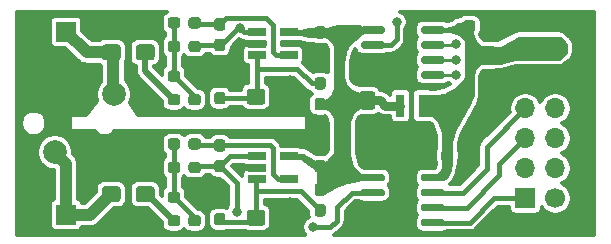
<source format=gbr>
%TF.GenerationSoftware,KiCad,Pcbnew,5.1.9*%
%TF.CreationDate,2021-01-26T07:42:57+03:00*%
%TF.ProjectId,dual-mcp3201-pmod,6475616c-2d6d-4637-9033-3230312d706d,rev?*%
%TF.SameCoordinates,PX4c4b400PY8583b00*%
%TF.FileFunction,Copper,L1,Top*%
%TF.FilePolarity,Positive*%
%FSLAX46Y46*%
G04 Gerber Fmt 4.6, Leading zero omitted, Abs format (unit mm)*
G04 Created by KiCad (PCBNEW 5.1.9) date 2021-01-26 07:42:57*
%MOMM*%
%LPD*%
G01*
G04 APERTURE LIST*
%TA.AperFunction,ComponentPad*%
%ADD10O,1.700000X1.700000*%
%TD*%
%TA.AperFunction,ComponentPad*%
%ADD11R,1.700000X1.700000*%
%TD*%
%TA.AperFunction,ComponentPad*%
%ADD12C,1.700000*%
%TD*%
%TA.AperFunction,ComponentPad*%
%ADD13C,2.000000*%
%TD*%
%TA.AperFunction,SMDPad,CuDef*%
%ADD14R,0.800000X1.900000*%
%TD*%
%TA.AperFunction,SMDPad,CuDef*%
%ADD15R,1.560000X0.650000*%
%TD*%
%TA.AperFunction,ViaPad*%
%ADD16C,0.800000*%
%TD*%
%TA.AperFunction,Conductor*%
%ADD17C,0.400000*%
%TD*%
%TA.AperFunction,Conductor*%
%ADD18C,1.000000*%
%TD*%
%TA.AperFunction,Conductor*%
%ADD19C,0.500000*%
%TD*%
%TA.AperFunction,Conductor*%
%ADD20C,0.750000*%
%TD*%
%TA.AperFunction,Conductor*%
%ADD21C,0.250000*%
%TD*%
%TA.AperFunction,Conductor*%
%ADD22C,0.100000*%
%TD*%
%TA.AperFunction,Conductor*%
%ADD23C,0.350000*%
%TD*%
G04 APERTURE END LIST*
D10*
%TO.P,X4,2*%
%TO.N,GND*%
X2210000Y17750000D03*
D11*
%TO.P,X4,1*%
%TO.N,Net-(C9-Pad2)*%
X4750000Y17750000D03*
%TD*%
D10*
%TO.P,X3,2*%
%TO.N,GND*%
X2210000Y2250000D03*
D11*
%TO.P,X3,1*%
%TO.N,Net-(C2-Pad2)*%
X4750000Y2250000D03*
%TD*%
%TO.P,C12,2*%
%TO.N,+VREF*%
%TA.AperFunction,SMDPad,CuDef*%
G36*
G01*
X26487500Y17175000D02*
X26012500Y17175000D01*
G75*
G02*
X25775000Y17412500I0J237500D01*
G01*
X25775000Y17987500D01*
G75*
G02*
X26012500Y18225000I237500J0D01*
G01*
X26487500Y18225000D01*
G75*
G02*
X26725000Y17987500I0J-237500D01*
G01*
X26725000Y17412500D01*
G75*
G02*
X26487500Y17175000I-237500J0D01*
G01*
G37*
%TD.AperFunction*%
%TO.P,C12,1*%
%TO.N,GND*%
%TA.AperFunction,SMDPad,CuDef*%
G36*
G01*
X26487500Y15425000D02*
X26012500Y15425000D01*
G75*
G02*
X25775000Y15662500I0J237500D01*
G01*
X25775000Y16237500D01*
G75*
G02*
X26012500Y16475000I237500J0D01*
G01*
X26487500Y16475000D01*
G75*
G02*
X26725000Y16237500I0J-237500D01*
G01*
X26725000Y15662500D01*
G75*
G02*
X26487500Y15425000I-237500J0D01*
G01*
G37*
%TD.AperFunction*%
%TD*%
%TO.P,C11,2*%
%TO.N,GND*%
%TA.AperFunction,SMDPad,CuDef*%
G36*
G01*
X22900000Y11824999D02*
X22900000Y12675001D01*
G75*
G02*
X23149999Y12925000I249999J0D01*
G01*
X24225001Y12925000D01*
G75*
G02*
X24475000Y12675001I0J-249999D01*
G01*
X24475000Y11824999D01*
G75*
G02*
X24225001Y11575000I-249999J0D01*
G01*
X23149999Y11575000D01*
G75*
G02*
X22900000Y11824999I0J249999D01*
G01*
G37*
%TD.AperFunction*%
%TO.P,C11,1*%
%TO.N,Net-(C11-Pad1)*%
%TA.AperFunction,SMDPad,CuDef*%
G36*
G01*
X20025000Y11824999D02*
X20025000Y12675001D01*
G75*
G02*
X20274999Y12925000I249999J0D01*
G01*
X21350001Y12925000D01*
G75*
G02*
X21600000Y12675001I0J-249999D01*
G01*
X21600000Y11824999D01*
G75*
G02*
X21350001Y11575000I-249999J0D01*
G01*
X20274999Y11575000D01*
G75*
G02*
X20025000Y11824999I0J249999D01*
G01*
G37*
%TD.AperFunction*%
%TD*%
%TO.P,C10,2*%
%TO.N,Net-(C10-Pad2)*%
%TA.AperFunction,SMDPad,CuDef*%
G36*
G01*
X14400000Y14237500D02*
X14400000Y13762500D01*
G75*
G02*
X14162500Y13525000I-237500J0D01*
G01*
X13587500Y13525000D01*
G75*
G02*
X13350000Y13762500I0J237500D01*
G01*
X13350000Y14237500D01*
G75*
G02*
X13587500Y14475000I237500J0D01*
G01*
X14162500Y14475000D01*
G75*
G02*
X14400000Y14237500I0J-237500D01*
G01*
G37*
%TD.AperFunction*%
%TO.P,C10,1*%
%TO.N,GND*%
%TA.AperFunction,SMDPad,CuDef*%
G36*
G01*
X16150000Y14237500D02*
X16150000Y13762500D01*
G75*
G02*
X15912500Y13525000I-237500J0D01*
G01*
X15337500Y13525000D01*
G75*
G02*
X15100000Y13762500I0J237500D01*
G01*
X15100000Y14237500D01*
G75*
G02*
X15337500Y14475000I237500J0D01*
G01*
X15912500Y14475000D01*
G75*
G02*
X16150000Y14237500I0J-237500D01*
G01*
G37*
%TD.AperFunction*%
%TD*%
%TO.P,C9,2*%
%TO.N,Net-(C9-Pad2)*%
%TA.AperFunction,SMDPad,CuDef*%
G36*
G01*
X9350000Y16425001D02*
X9350000Y15574999D01*
G75*
G02*
X9100001Y15325000I-249999J0D01*
G01*
X8024999Y15325000D01*
G75*
G02*
X7775000Y15574999I0J249999D01*
G01*
X7775000Y16425001D01*
G75*
G02*
X8024999Y16675000I249999J0D01*
G01*
X9100001Y16675000D01*
G75*
G02*
X9350000Y16425001I0J-249999D01*
G01*
G37*
%TD.AperFunction*%
%TO.P,C9,1*%
%TO.N,Net-(C9-Pad1)*%
%TA.AperFunction,SMDPad,CuDef*%
G36*
G01*
X12225000Y16425001D02*
X12225000Y15574999D01*
G75*
G02*
X11975001Y15325000I-249999J0D01*
G01*
X10899999Y15325000D01*
G75*
G02*
X10650000Y15574999I0J249999D01*
G01*
X10650000Y16425001D01*
G75*
G02*
X10899999Y16675000I249999J0D01*
G01*
X11975001Y16675000D01*
G75*
G02*
X12225000Y16425001I0J-249999D01*
G01*
G37*
%TD.AperFunction*%
%TD*%
%TO.P,C8,2*%
%TO.N,Net-(C8-Pad2)*%
%TA.AperFunction,SMDPad,CuDef*%
G36*
G01*
X17512500Y17150000D02*
X17987500Y17150000D01*
G75*
G02*
X18225000Y16912500I0J-237500D01*
G01*
X18225000Y16337500D01*
G75*
G02*
X17987500Y16100000I-237500J0D01*
G01*
X17512500Y16100000D01*
G75*
G02*
X17275000Y16337500I0J237500D01*
G01*
X17275000Y16912500D01*
G75*
G02*
X17512500Y17150000I237500J0D01*
G01*
G37*
%TD.AperFunction*%
%TO.P,C8,1*%
%TO.N,Net-(C8-Pad1)*%
%TA.AperFunction,SMDPad,CuDef*%
G36*
G01*
X17512500Y18900000D02*
X17987500Y18900000D01*
G75*
G02*
X18225000Y18662500I0J-237500D01*
G01*
X18225000Y18087500D01*
G75*
G02*
X17987500Y17850000I-237500J0D01*
G01*
X17512500Y17850000D01*
G75*
G02*
X17275000Y18087500I0J237500D01*
G01*
X17275000Y18662500D01*
G75*
G02*
X17512500Y18900000I237500J0D01*
G01*
G37*
%TD.AperFunction*%
%TD*%
%TO.P,C7,2*%
%TO.N,GND*%
%TA.AperFunction,SMDPad,CuDef*%
G36*
G01*
X40074999Y13662500D02*
X40925001Y13662500D01*
G75*
G02*
X41175000Y13412501I0J-249999D01*
G01*
X41175000Y12337499D01*
G75*
G02*
X40925001Y12087500I-249999J0D01*
G01*
X40074999Y12087500D01*
G75*
G02*
X39825000Y12337499I0J249999D01*
G01*
X39825000Y13412501D01*
G75*
G02*
X40074999Y13662500I249999J0D01*
G01*
G37*
%TD.AperFunction*%
%TO.P,C7,1*%
%TO.N,+VDD_3.3V*%
%TA.AperFunction,SMDPad,CuDef*%
G36*
G01*
X40074999Y16537500D02*
X40925001Y16537500D01*
G75*
G02*
X41175000Y16287501I0J-249999D01*
G01*
X41175000Y15212499D01*
G75*
G02*
X40925001Y14962500I-249999J0D01*
G01*
X40074999Y14962500D01*
G75*
G02*
X39825000Y15212499I0J249999D01*
G01*
X39825000Y16287501D01*
G75*
G02*
X40074999Y16537500I249999J0D01*
G01*
G37*
%TD.AperFunction*%
%TD*%
%TO.P,C14,2*%
%TO.N,GND*%
%TA.AperFunction,SMDPad,CuDef*%
G36*
G01*
X29824999Y9850000D02*
X30675001Y9850000D01*
G75*
G02*
X30925000Y9600001I0J-249999D01*
G01*
X30925000Y8524999D01*
G75*
G02*
X30675001Y8275000I-249999J0D01*
G01*
X29824999Y8275000D01*
G75*
G02*
X29575000Y8524999I0J249999D01*
G01*
X29575000Y9600001D01*
G75*
G02*
X29824999Y9850000I249999J0D01*
G01*
G37*
%TD.AperFunction*%
%TO.P,C14,1*%
%TO.N,+VREF*%
%TA.AperFunction,SMDPad,CuDef*%
G36*
G01*
X29824999Y12725000D02*
X30675001Y12725000D01*
G75*
G02*
X30925000Y12475001I0J-249999D01*
G01*
X30925000Y11399999D01*
G75*
G02*
X30675001Y11150000I-249999J0D01*
G01*
X29824999Y11150000D01*
G75*
G02*
X29575000Y11399999I0J249999D01*
G01*
X29575000Y12475001D01*
G75*
G02*
X29824999Y12725000I249999J0D01*
G01*
G37*
%TD.AperFunction*%
%TD*%
%TO.P,C6,2*%
%TO.N,+VDD_3.3V*%
%TA.AperFunction,SMDPad,CuDef*%
G36*
G01*
X37525000Y7487500D02*
X37525000Y7012500D01*
G75*
G02*
X37287500Y6775000I-237500J0D01*
G01*
X36712500Y6775000D01*
G75*
G02*
X36475000Y7012500I0J237500D01*
G01*
X36475000Y7487500D01*
G75*
G02*
X36712500Y7725000I237500J0D01*
G01*
X37287500Y7725000D01*
G75*
G02*
X37525000Y7487500I0J-237500D01*
G01*
G37*
%TD.AperFunction*%
%TO.P,C6,1*%
%TO.N,GND*%
%TA.AperFunction,SMDPad,CuDef*%
G36*
G01*
X39275000Y7487500D02*
X39275000Y7012500D01*
G75*
G02*
X39037500Y6775000I-237500J0D01*
G01*
X38462500Y6775000D01*
G75*
G02*
X38225000Y7012500I0J237500D01*
G01*
X38225000Y7487500D01*
G75*
G02*
X38462500Y7725000I237500J0D01*
G01*
X39037500Y7725000D01*
G75*
G02*
X39275000Y7487500I0J-237500D01*
G01*
G37*
%TD.AperFunction*%
%TD*%
D12*
%TO.P,X2,7*%
%TO.N,/CS_N1*%
X46170000Y3650000D03*
D11*
%TO.P,X2,1*%
%TO.N,/CS_N0*%
X43630000Y3650000D03*
D10*
%TO.P,X2,8*%
%TO.N,Net-(X2-Pad8)*%
X46170000Y6190000D03*
%TO.P,X2,2*%
%TO.N,Net-(X2-Pad2)*%
X43630000Y6190000D03*
%TO.P,X2,9*%
%TO.N,/MISO1*%
X46170000Y8730000D03*
%TO.P,X2,3*%
%TO.N,/MISO0*%
X43630000Y8730000D03*
%TO.P,X2,10*%
%TO.N,/SCLK1*%
X46170000Y11270000D03*
%TO.P,X2,4*%
%TO.N,/SCLK0*%
X43630000Y11270000D03*
%TO.P,X2,11*%
%TO.N,GND*%
X46170000Y13810000D03*
%TO.P,X2,5*%
X43630000Y13810000D03*
%TO.P,X2,12*%
%TO.N,+VDD_3.3V*%
X46170000Y16350000D03*
%TO.P,X2,6*%
X43630000Y16350000D03*
%TD*%
D13*
%TO.P,X1,3*%
%TO.N,Net-(C9-Pad2)*%
X8800000Y12450000D03*
%TO.P,X1,2*%
%TO.N,Net-(C2-Pad2)*%
X3800000Y7550000D03*
%TO.P,X1,1*%
%TO.N,GND*%
X2000000Y12450000D03*
%TD*%
%TO.P,R10,2*%
%TO.N,Net-(C11-Pad1)*%
%TA.AperFunction,SMDPad,CuDef*%
G36*
G01*
X17512500Y12650000D02*
X17987500Y12650000D01*
G75*
G02*
X18225000Y12412500I0J-237500D01*
G01*
X18225000Y11837500D01*
G75*
G02*
X17987500Y11600000I-237500J0D01*
G01*
X17512500Y11600000D01*
G75*
G02*
X17275000Y11837500I0J237500D01*
G01*
X17275000Y12412500D01*
G75*
G02*
X17512500Y12650000I237500J0D01*
G01*
G37*
%TD.AperFunction*%
%TO.P,R10,1*%
%TO.N,GND*%
%TA.AperFunction,SMDPad,CuDef*%
G36*
G01*
X17512500Y14400000D02*
X17987500Y14400000D01*
G75*
G02*
X18225000Y14162500I0J-237500D01*
G01*
X18225000Y13587500D01*
G75*
G02*
X17987500Y13350000I-237500J0D01*
G01*
X17512500Y13350000D01*
G75*
G02*
X17275000Y13587500I0J237500D01*
G01*
X17275000Y14162500D01*
G75*
G02*
X17512500Y14400000I237500J0D01*
G01*
G37*
%TD.AperFunction*%
%TD*%
%TO.P,R9,2*%
%TO.N,Net-(C8-Pad1)*%
%TA.AperFunction,SMDPad,CuDef*%
G36*
G01*
X15100000Y18262500D02*
X15100000Y18737500D01*
G75*
G02*
X15337500Y18975000I237500J0D01*
G01*
X15912500Y18975000D01*
G75*
G02*
X16150000Y18737500I0J-237500D01*
G01*
X16150000Y18262500D01*
G75*
G02*
X15912500Y18025000I-237500J0D01*
G01*
X15337500Y18025000D01*
G75*
G02*
X15100000Y18262500I0J237500D01*
G01*
G37*
%TD.AperFunction*%
%TO.P,R9,1*%
%TO.N,Net-(C10-Pad2)*%
%TA.AperFunction,SMDPad,CuDef*%
G36*
G01*
X13350000Y18262500D02*
X13350000Y18737500D01*
G75*
G02*
X13587500Y18975000I237500J0D01*
G01*
X14162500Y18975000D01*
G75*
G02*
X14400000Y18737500I0J-237500D01*
G01*
X14400000Y18262500D01*
G75*
G02*
X14162500Y18025000I-237500J0D01*
G01*
X13587500Y18025000D01*
G75*
G02*
X13350000Y18262500I0J237500D01*
G01*
G37*
%TD.AperFunction*%
%TD*%
%TO.P,R8,2*%
%TO.N,Net-(C10-Pad2)*%
%TA.AperFunction,SMDPad,CuDef*%
G36*
G01*
X15100000Y11762500D02*
X15100000Y12237500D01*
G75*
G02*
X15337500Y12475000I237500J0D01*
G01*
X15912500Y12475000D01*
G75*
G02*
X16150000Y12237500I0J-237500D01*
G01*
X16150000Y11762500D01*
G75*
G02*
X15912500Y11525000I-237500J0D01*
G01*
X15337500Y11525000D01*
G75*
G02*
X15100000Y11762500I0J237500D01*
G01*
G37*
%TD.AperFunction*%
%TO.P,R8,1*%
%TO.N,Net-(C9-Pad1)*%
%TA.AperFunction,SMDPad,CuDef*%
G36*
G01*
X13350000Y11762500D02*
X13350000Y12237500D01*
G75*
G02*
X13587500Y12475000I237500J0D01*
G01*
X14162500Y12475000D01*
G75*
G02*
X14400000Y12237500I0J-237500D01*
G01*
X14400000Y11762500D01*
G75*
G02*
X14162500Y11525000I-237500J0D01*
G01*
X13587500Y11525000D01*
G75*
G02*
X13350000Y11762500I0J237500D01*
G01*
G37*
%TD.AperFunction*%
%TD*%
%TO.P,R7,2*%
%TO.N,+VREF*%
%TA.AperFunction,SMDPad,CuDef*%
G36*
G01*
X26012500Y12150000D02*
X26487500Y12150000D01*
G75*
G02*
X26725000Y11912500I0J-237500D01*
G01*
X26725000Y11337500D01*
G75*
G02*
X26487500Y11100000I-237500J0D01*
G01*
X26012500Y11100000D01*
G75*
G02*
X25775000Y11337500I0J237500D01*
G01*
X25775000Y11912500D01*
G75*
G02*
X26012500Y12150000I237500J0D01*
G01*
G37*
%TD.AperFunction*%
%TO.P,R7,1*%
%TO.N,Net-(C11-Pad1)*%
%TA.AperFunction,SMDPad,CuDef*%
G36*
G01*
X26012500Y13900000D02*
X26487500Y13900000D01*
G75*
G02*
X26725000Y13662500I0J-237500D01*
G01*
X26725000Y13087500D01*
G75*
G02*
X26487500Y12850000I-237500J0D01*
G01*
X26012500Y12850000D01*
G75*
G02*
X25775000Y13087500I0J237500D01*
G01*
X25775000Y13662500D01*
G75*
G02*
X26012500Y13900000I237500J0D01*
G01*
G37*
%TD.AperFunction*%
%TD*%
%TO.P,R6,2*%
%TO.N,Net-(C8-Pad2)*%
%TA.AperFunction,SMDPad,CuDef*%
G36*
G01*
X15100000Y16262500D02*
X15100000Y16737500D01*
G75*
G02*
X15337500Y16975000I237500J0D01*
G01*
X15912500Y16975000D01*
G75*
G02*
X16150000Y16737500I0J-237500D01*
G01*
X16150000Y16262500D01*
G75*
G02*
X15912500Y16025000I-237500J0D01*
G01*
X15337500Y16025000D01*
G75*
G02*
X15100000Y16262500I0J237500D01*
G01*
G37*
%TD.AperFunction*%
%TO.P,R6,1*%
%TO.N,Net-(C10-Pad2)*%
%TA.AperFunction,SMDPad,CuDef*%
G36*
G01*
X13350000Y16262500D02*
X13350000Y16737500D01*
G75*
G02*
X13587500Y16975000I237500J0D01*
G01*
X14162500Y16975000D01*
G75*
G02*
X14400000Y16737500I0J-237500D01*
G01*
X14400000Y16262500D01*
G75*
G02*
X14162500Y16025000I-237500J0D01*
G01*
X13587500Y16025000D01*
G75*
G02*
X13350000Y16262500I0J237500D01*
G01*
G37*
%TD.AperFunction*%
%TD*%
%TO.P,R5,2*%
%TO.N,Net-(C4-Pad1)*%
%TA.AperFunction,SMDPad,CuDef*%
G36*
G01*
X17512500Y2400000D02*
X17987500Y2400000D01*
G75*
G02*
X18225000Y2162500I0J-237500D01*
G01*
X18225000Y1587500D01*
G75*
G02*
X17987500Y1350000I-237500J0D01*
G01*
X17512500Y1350000D01*
G75*
G02*
X17275000Y1587500I0J237500D01*
G01*
X17275000Y2162500D01*
G75*
G02*
X17512500Y2400000I237500J0D01*
G01*
G37*
%TD.AperFunction*%
%TO.P,R5,1*%
%TO.N,GND*%
%TA.AperFunction,SMDPad,CuDef*%
G36*
G01*
X17512500Y4150000D02*
X17987500Y4150000D01*
G75*
G02*
X18225000Y3912500I0J-237500D01*
G01*
X18225000Y3337500D01*
G75*
G02*
X17987500Y3100000I-237500J0D01*
G01*
X17512500Y3100000D01*
G75*
G02*
X17275000Y3337500I0J237500D01*
G01*
X17275000Y3912500D01*
G75*
G02*
X17512500Y4150000I237500J0D01*
G01*
G37*
%TD.AperFunction*%
%TD*%
%TO.P,R4,2*%
%TO.N,Net-(C1-Pad1)*%
%TA.AperFunction,SMDPad,CuDef*%
G36*
G01*
X15100000Y8012500D02*
X15100000Y8487500D01*
G75*
G02*
X15337500Y8725000I237500J0D01*
G01*
X15912500Y8725000D01*
G75*
G02*
X16150000Y8487500I0J-237500D01*
G01*
X16150000Y8012500D01*
G75*
G02*
X15912500Y7775000I-237500J0D01*
G01*
X15337500Y7775000D01*
G75*
G02*
X15100000Y8012500I0J237500D01*
G01*
G37*
%TD.AperFunction*%
%TO.P,R4,1*%
%TO.N,Net-(C3-Pad2)*%
%TA.AperFunction,SMDPad,CuDef*%
G36*
G01*
X13350000Y8012500D02*
X13350000Y8487500D01*
G75*
G02*
X13587500Y8725000I237500J0D01*
G01*
X14162500Y8725000D01*
G75*
G02*
X14400000Y8487500I0J-237500D01*
G01*
X14400000Y8012500D01*
G75*
G02*
X14162500Y7775000I-237500J0D01*
G01*
X13587500Y7775000D01*
G75*
G02*
X13350000Y8012500I0J237500D01*
G01*
G37*
%TD.AperFunction*%
%TD*%
%TO.P,R3,2*%
%TO.N,Net-(C3-Pad2)*%
%TA.AperFunction,SMDPad,CuDef*%
G36*
G01*
X15100000Y1512500D02*
X15100000Y1987500D01*
G75*
G02*
X15337500Y2225000I237500J0D01*
G01*
X15912500Y2225000D01*
G75*
G02*
X16150000Y1987500I0J-237500D01*
G01*
X16150000Y1512500D01*
G75*
G02*
X15912500Y1275000I-237500J0D01*
G01*
X15337500Y1275000D01*
G75*
G02*
X15100000Y1512500I0J237500D01*
G01*
G37*
%TD.AperFunction*%
%TO.P,R3,1*%
%TO.N,Net-(C2-Pad1)*%
%TA.AperFunction,SMDPad,CuDef*%
G36*
G01*
X13350000Y1512500D02*
X13350000Y1987500D01*
G75*
G02*
X13587500Y2225000I237500J0D01*
G01*
X14162500Y2225000D01*
G75*
G02*
X14400000Y1987500I0J-237500D01*
G01*
X14400000Y1512500D01*
G75*
G02*
X14162500Y1275000I-237500J0D01*
G01*
X13587500Y1275000D01*
G75*
G02*
X13350000Y1512500I0J237500D01*
G01*
G37*
%TD.AperFunction*%
%TD*%
%TO.P,R2,2*%
%TO.N,+VREF*%
%TA.AperFunction,SMDPad,CuDef*%
G36*
G01*
X26487500Y3850000D02*
X26012500Y3850000D01*
G75*
G02*
X25775000Y4087500I0J237500D01*
G01*
X25775000Y4662500D01*
G75*
G02*
X26012500Y4900000I237500J0D01*
G01*
X26487500Y4900000D01*
G75*
G02*
X26725000Y4662500I0J-237500D01*
G01*
X26725000Y4087500D01*
G75*
G02*
X26487500Y3850000I-237500J0D01*
G01*
G37*
%TD.AperFunction*%
%TO.P,R2,1*%
%TO.N,Net-(C4-Pad1)*%
%TA.AperFunction,SMDPad,CuDef*%
G36*
G01*
X26487500Y2100000D02*
X26012500Y2100000D01*
G75*
G02*
X25775000Y2337500I0J237500D01*
G01*
X25775000Y2912500D01*
G75*
G02*
X26012500Y3150000I237500J0D01*
G01*
X26487500Y3150000D01*
G75*
G02*
X26725000Y2912500I0J-237500D01*
G01*
X26725000Y2337500D01*
G75*
G02*
X26487500Y2100000I-237500J0D01*
G01*
G37*
%TD.AperFunction*%
%TD*%
%TO.P,R1,2*%
%TO.N,Net-(C1-Pad2)*%
%TA.AperFunction,SMDPad,CuDef*%
G36*
G01*
X15100000Y6012500D02*
X15100000Y6487500D01*
G75*
G02*
X15337500Y6725000I237500J0D01*
G01*
X15912500Y6725000D01*
G75*
G02*
X16150000Y6487500I0J-237500D01*
G01*
X16150000Y6012500D01*
G75*
G02*
X15912500Y5775000I-237500J0D01*
G01*
X15337500Y5775000D01*
G75*
G02*
X15100000Y6012500I0J237500D01*
G01*
G37*
%TD.AperFunction*%
%TO.P,R1,1*%
%TO.N,Net-(C3-Pad2)*%
%TA.AperFunction,SMDPad,CuDef*%
G36*
G01*
X13350000Y6012500D02*
X13350000Y6487500D01*
G75*
G02*
X13587500Y6725000I237500J0D01*
G01*
X14162500Y6725000D01*
G75*
G02*
X14400000Y6487500I0J-237500D01*
G01*
X14400000Y6012500D01*
G75*
G02*
X14162500Y5775000I-237500J0D01*
G01*
X13587500Y5775000D01*
G75*
G02*
X13350000Y6012500I0J237500D01*
G01*
G37*
%TD.AperFunction*%
%TD*%
D14*
%TO.P,D5,3*%
%TO.N,GND*%
X34000000Y8500000D03*
%TO.P,D5,2*%
%TO.N,+VREF*%
X33050000Y11500000D03*
%TO.P,D5,1*%
%TO.N,+VDD_3.3V*%
X34950000Y11500000D03*
%TD*%
%TO.P,D4,8*%
%TO.N,+VDD_3.3V*%
%TA.AperFunction,SMDPad,CuDef*%
G36*
G01*
X34800000Y17742500D02*
X34800000Y18067500D01*
G75*
G02*
X34962500Y18230000I162500J0D01*
G01*
X36612500Y18230000D01*
G75*
G02*
X36775000Y18067500I0J-162500D01*
G01*
X36775000Y17742500D01*
G75*
G02*
X36612500Y17580000I-162500J0D01*
G01*
X34962500Y17580000D01*
G75*
G02*
X34800000Y17742500I0J162500D01*
G01*
G37*
%TD.AperFunction*%
%TO.P,D4,7*%
%TO.N,/SCLK1*%
%TA.AperFunction,SMDPad,CuDef*%
G36*
G01*
X34800000Y16472500D02*
X34800000Y16797500D01*
G75*
G02*
X34962500Y16960000I162500J0D01*
G01*
X36612500Y16960000D01*
G75*
G02*
X36775000Y16797500I0J-162500D01*
G01*
X36775000Y16472500D01*
G75*
G02*
X36612500Y16310000I-162500J0D01*
G01*
X34962500Y16310000D01*
G75*
G02*
X34800000Y16472500I0J162500D01*
G01*
G37*
%TD.AperFunction*%
%TO.P,D4,6*%
%TO.N,/MISO1*%
%TA.AperFunction,SMDPad,CuDef*%
G36*
G01*
X34800000Y15202500D02*
X34800000Y15527500D01*
G75*
G02*
X34962500Y15690000I162500J0D01*
G01*
X36612500Y15690000D01*
G75*
G02*
X36775000Y15527500I0J-162500D01*
G01*
X36775000Y15202500D01*
G75*
G02*
X36612500Y15040000I-162500J0D01*
G01*
X34962500Y15040000D01*
G75*
G02*
X34800000Y15202500I0J162500D01*
G01*
G37*
%TD.AperFunction*%
%TO.P,D4,5*%
%TO.N,/CS_N1*%
%TA.AperFunction,SMDPad,CuDef*%
G36*
G01*
X34800000Y13932500D02*
X34800000Y14257500D01*
G75*
G02*
X34962500Y14420000I162500J0D01*
G01*
X36612500Y14420000D01*
G75*
G02*
X36775000Y14257500I0J-162500D01*
G01*
X36775000Y13932500D01*
G75*
G02*
X36612500Y13770000I-162500J0D01*
G01*
X34962500Y13770000D01*
G75*
G02*
X34800000Y13932500I0J162500D01*
G01*
G37*
%TD.AperFunction*%
%TO.P,D4,4*%
%TO.N,GND*%
%TA.AperFunction,SMDPad,CuDef*%
G36*
G01*
X29725000Y13932500D02*
X29725000Y14257500D01*
G75*
G02*
X29887500Y14420000I162500J0D01*
G01*
X31537500Y14420000D01*
G75*
G02*
X31700000Y14257500I0J-162500D01*
G01*
X31700000Y13932500D01*
G75*
G02*
X31537500Y13770000I-162500J0D01*
G01*
X29887500Y13770000D01*
G75*
G02*
X29725000Y13932500I0J162500D01*
G01*
G37*
%TD.AperFunction*%
%TO.P,D4,3*%
%TA.AperFunction,SMDPad,CuDef*%
G36*
G01*
X29725000Y15202500D02*
X29725000Y15527500D01*
G75*
G02*
X29887500Y15690000I162500J0D01*
G01*
X31537500Y15690000D01*
G75*
G02*
X31700000Y15527500I0J-162500D01*
G01*
X31700000Y15202500D01*
G75*
G02*
X31537500Y15040000I-162500J0D01*
G01*
X29887500Y15040000D01*
G75*
G02*
X29725000Y15202500I0J162500D01*
G01*
G37*
%TD.AperFunction*%
%TO.P,D4,2*%
%TO.N,Net-(C8-Pad2)*%
%TA.AperFunction,SMDPad,CuDef*%
G36*
G01*
X29725000Y16472500D02*
X29725000Y16797500D01*
G75*
G02*
X29887500Y16960000I162500J0D01*
G01*
X31537500Y16960000D01*
G75*
G02*
X31700000Y16797500I0J-162500D01*
G01*
X31700000Y16472500D01*
G75*
G02*
X31537500Y16310000I-162500J0D01*
G01*
X29887500Y16310000D01*
G75*
G02*
X29725000Y16472500I0J162500D01*
G01*
G37*
%TD.AperFunction*%
%TO.P,D4,1*%
%TO.N,+VREF*%
%TA.AperFunction,SMDPad,CuDef*%
G36*
G01*
X29725000Y17742500D02*
X29725000Y18067500D01*
G75*
G02*
X29887500Y18230000I162500J0D01*
G01*
X31537500Y18230000D01*
G75*
G02*
X31700000Y18067500I0J-162500D01*
G01*
X31700000Y17742500D01*
G75*
G02*
X31537500Y17580000I-162500J0D01*
G01*
X29887500Y17580000D01*
G75*
G02*
X29725000Y17742500I0J162500D01*
G01*
G37*
%TD.AperFunction*%
%TD*%
D15*
%TO.P,D3,5*%
%TO.N,+VREF*%
X23600000Y17700000D03*
%TO.P,D3,4*%
%TO.N,Net-(C8-Pad1)*%
X23600000Y15800000D03*
%TO.P,D3,3*%
%TO.N,Net-(C11-Pad1)*%
X20900000Y15800000D03*
%TO.P,D3,2*%
%TO.N,GND*%
X20900000Y16750000D03*
%TO.P,D3,1*%
%TO.N,Net-(C8-Pad2)*%
X20900000Y17700000D03*
%TD*%
%TO.P,D2,8*%
%TO.N,+VDD_3.3V*%
%TA.AperFunction,SMDPad,CuDef*%
G36*
G01*
X34800000Y5242500D02*
X34800000Y5567500D01*
G75*
G02*
X34962500Y5730000I162500J0D01*
G01*
X36612500Y5730000D01*
G75*
G02*
X36775000Y5567500I0J-162500D01*
G01*
X36775000Y5242500D01*
G75*
G02*
X36612500Y5080000I-162500J0D01*
G01*
X34962500Y5080000D01*
G75*
G02*
X34800000Y5242500I0J162500D01*
G01*
G37*
%TD.AperFunction*%
%TO.P,D2,7*%
%TO.N,/SCLK0*%
%TA.AperFunction,SMDPad,CuDef*%
G36*
G01*
X34800000Y3972500D02*
X34800000Y4297500D01*
G75*
G02*
X34962500Y4460000I162500J0D01*
G01*
X36612500Y4460000D01*
G75*
G02*
X36775000Y4297500I0J-162500D01*
G01*
X36775000Y3972500D01*
G75*
G02*
X36612500Y3810000I-162500J0D01*
G01*
X34962500Y3810000D01*
G75*
G02*
X34800000Y3972500I0J162500D01*
G01*
G37*
%TD.AperFunction*%
%TO.P,D2,6*%
%TO.N,/MISO0*%
%TA.AperFunction,SMDPad,CuDef*%
G36*
G01*
X34800000Y2702500D02*
X34800000Y3027500D01*
G75*
G02*
X34962500Y3190000I162500J0D01*
G01*
X36612500Y3190000D01*
G75*
G02*
X36775000Y3027500I0J-162500D01*
G01*
X36775000Y2702500D01*
G75*
G02*
X36612500Y2540000I-162500J0D01*
G01*
X34962500Y2540000D01*
G75*
G02*
X34800000Y2702500I0J162500D01*
G01*
G37*
%TD.AperFunction*%
%TO.P,D2,5*%
%TO.N,/CS_N0*%
%TA.AperFunction,SMDPad,CuDef*%
G36*
G01*
X34800000Y1432500D02*
X34800000Y1757500D01*
G75*
G02*
X34962500Y1920000I162500J0D01*
G01*
X36612500Y1920000D01*
G75*
G02*
X36775000Y1757500I0J-162500D01*
G01*
X36775000Y1432500D01*
G75*
G02*
X36612500Y1270000I-162500J0D01*
G01*
X34962500Y1270000D01*
G75*
G02*
X34800000Y1432500I0J162500D01*
G01*
G37*
%TD.AperFunction*%
%TO.P,D2,4*%
%TO.N,GND*%
%TA.AperFunction,SMDPad,CuDef*%
G36*
G01*
X29725000Y1432500D02*
X29725000Y1757500D01*
G75*
G02*
X29887500Y1920000I162500J0D01*
G01*
X31537500Y1920000D01*
G75*
G02*
X31700000Y1757500I0J-162500D01*
G01*
X31700000Y1432500D01*
G75*
G02*
X31537500Y1270000I-162500J0D01*
G01*
X29887500Y1270000D01*
G75*
G02*
X29725000Y1432500I0J162500D01*
G01*
G37*
%TD.AperFunction*%
%TO.P,D2,3*%
%TA.AperFunction,SMDPad,CuDef*%
G36*
G01*
X29725000Y2702500D02*
X29725000Y3027500D01*
G75*
G02*
X29887500Y3190000I162500J0D01*
G01*
X31537500Y3190000D01*
G75*
G02*
X31700000Y3027500I0J-162500D01*
G01*
X31700000Y2702500D01*
G75*
G02*
X31537500Y2540000I-162500J0D01*
G01*
X29887500Y2540000D01*
G75*
G02*
X29725000Y2702500I0J162500D01*
G01*
G37*
%TD.AperFunction*%
%TO.P,D2,2*%
%TO.N,Net-(C1-Pad2)*%
%TA.AperFunction,SMDPad,CuDef*%
G36*
G01*
X29725000Y3972500D02*
X29725000Y4297500D01*
G75*
G02*
X29887500Y4460000I162500J0D01*
G01*
X31537500Y4460000D01*
G75*
G02*
X31700000Y4297500I0J-162500D01*
G01*
X31700000Y3972500D01*
G75*
G02*
X31537500Y3810000I-162500J0D01*
G01*
X29887500Y3810000D01*
G75*
G02*
X29725000Y3972500I0J162500D01*
G01*
G37*
%TD.AperFunction*%
%TO.P,D2,1*%
%TO.N,+VREF*%
%TA.AperFunction,SMDPad,CuDef*%
G36*
G01*
X29725000Y5242500D02*
X29725000Y5567500D01*
G75*
G02*
X29887500Y5730000I162500J0D01*
G01*
X31537500Y5730000D01*
G75*
G02*
X31700000Y5567500I0J-162500D01*
G01*
X31700000Y5242500D01*
G75*
G02*
X31537500Y5080000I-162500J0D01*
G01*
X29887500Y5080000D01*
G75*
G02*
X29725000Y5242500I0J162500D01*
G01*
G37*
%TD.AperFunction*%
%TD*%
%TO.P,D1,5*%
%TO.N,+VREF*%
X23600000Y7200000D03*
%TO.P,D1,4*%
%TO.N,Net-(C1-Pad1)*%
X23600000Y5300000D03*
%TO.P,D1,3*%
%TO.N,Net-(C4-Pad1)*%
X20900000Y5300000D03*
%TO.P,D1,2*%
%TO.N,GND*%
X20900000Y6250000D03*
%TO.P,D1,1*%
%TO.N,Net-(C1-Pad2)*%
X20900000Y7200000D03*
%TD*%
%TO.P,C13,2*%
%TO.N,+VDD_3.3V*%
%TA.AperFunction,SMDPad,CuDef*%
G36*
G01*
X39400000Y18487500D02*
X39400000Y18012500D01*
G75*
G02*
X39162500Y17775000I-237500J0D01*
G01*
X38587500Y17775000D01*
G75*
G02*
X38350000Y18012500I0J237500D01*
G01*
X38350000Y18487500D01*
G75*
G02*
X38587500Y18725000I237500J0D01*
G01*
X39162500Y18725000D01*
G75*
G02*
X39400000Y18487500I0J-237500D01*
G01*
G37*
%TD.AperFunction*%
%TO.P,C13,1*%
%TO.N,GND*%
%TA.AperFunction,SMDPad,CuDef*%
G36*
G01*
X41150000Y18487500D02*
X41150000Y18012500D01*
G75*
G02*
X40912500Y17775000I-237500J0D01*
G01*
X40337500Y17775000D01*
G75*
G02*
X40100000Y18012500I0J237500D01*
G01*
X40100000Y18487500D01*
G75*
G02*
X40337500Y18725000I237500J0D01*
G01*
X40912500Y18725000D01*
G75*
G02*
X41150000Y18487500I0J-237500D01*
G01*
G37*
%TD.AperFunction*%
%TD*%
%TO.P,C5,2*%
%TO.N,+VREF*%
%TA.AperFunction,SMDPad,CuDef*%
G36*
G01*
X26012500Y6900000D02*
X26487500Y6900000D01*
G75*
G02*
X26725000Y6662500I0J-237500D01*
G01*
X26725000Y6087500D01*
G75*
G02*
X26487500Y5850000I-237500J0D01*
G01*
X26012500Y5850000D01*
G75*
G02*
X25775000Y6087500I0J237500D01*
G01*
X25775000Y6662500D01*
G75*
G02*
X26012500Y6900000I237500J0D01*
G01*
G37*
%TD.AperFunction*%
%TO.P,C5,1*%
%TO.N,GND*%
%TA.AperFunction,SMDPad,CuDef*%
G36*
G01*
X26012500Y8650000D02*
X26487500Y8650000D01*
G75*
G02*
X26725000Y8412500I0J-237500D01*
G01*
X26725000Y7837500D01*
G75*
G02*
X26487500Y7600000I-237500J0D01*
G01*
X26012500Y7600000D01*
G75*
G02*
X25775000Y7837500I0J237500D01*
G01*
X25775000Y8412500D01*
G75*
G02*
X26012500Y8650000I237500J0D01*
G01*
G37*
%TD.AperFunction*%
%TD*%
%TO.P,C4,2*%
%TO.N,GND*%
%TA.AperFunction,SMDPad,CuDef*%
G36*
G01*
X22900000Y1574999D02*
X22900000Y2425001D01*
G75*
G02*
X23149999Y2675000I249999J0D01*
G01*
X24225001Y2675000D01*
G75*
G02*
X24475000Y2425001I0J-249999D01*
G01*
X24475000Y1574999D01*
G75*
G02*
X24225001Y1325000I-249999J0D01*
G01*
X23149999Y1325000D01*
G75*
G02*
X22900000Y1574999I0J249999D01*
G01*
G37*
%TD.AperFunction*%
%TO.P,C4,1*%
%TO.N,Net-(C4-Pad1)*%
%TA.AperFunction,SMDPad,CuDef*%
G36*
G01*
X20025000Y1574999D02*
X20025000Y2425001D01*
G75*
G02*
X20274999Y2675000I249999J0D01*
G01*
X21350001Y2675000D01*
G75*
G02*
X21600000Y2425001I0J-249999D01*
G01*
X21600000Y1574999D01*
G75*
G02*
X21350001Y1325000I-249999J0D01*
G01*
X20274999Y1325000D01*
G75*
G02*
X20025000Y1574999I0J249999D01*
G01*
G37*
%TD.AperFunction*%
%TD*%
%TO.P,C3,2*%
%TO.N,Net-(C3-Pad2)*%
%TA.AperFunction,SMDPad,CuDef*%
G36*
G01*
X14400000Y3987500D02*
X14400000Y3512500D01*
G75*
G02*
X14162500Y3275000I-237500J0D01*
G01*
X13587500Y3275000D01*
G75*
G02*
X13350000Y3512500I0J237500D01*
G01*
X13350000Y3987500D01*
G75*
G02*
X13587500Y4225000I237500J0D01*
G01*
X14162500Y4225000D01*
G75*
G02*
X14400000Y3987500I0J-237500D01*
G01*
G37*
%TD.AperFunction*%
%TO.P,C3,1*%
%TO.N,GND*%
%TA.AperFunction,SMDPad,CuDef*%
G36*
G01*
X16150000Y3987500D02*
X16150000Y3512500D01*
G75*
G02*
X15912500Y3275000I-237500J0D01*
G01*
X15337500Y3275000D01*
G75*
G02*
X15100000Y3512500I0J237500D01*
G01*
X15100000Y3987500D01*
G75*
G02*
X15337500Y4225000I237500J0D01*
G01*
X15912500Y4225000D01*
G75*
G02*
X16150000Y3987500I0J-237500D01*
G01*
G37*
%TD.AperFunction*%
%TD*%
%TO.P,C2,2*%
%TO.N,Net-(C2-Pad2)*%
%TA.AperFunction,SMDPad,CuDef*%
G36*
G01*
X9350000Y4425001D02*
X9350000Y3574999D01*
G75*
G02*
X9100001Y3325000I-249999J0D01*
G01*
X8024999Y3325000D01*
G75*
G02*
X7775000Y3574999I0J249999D01*
G01*
X7775000Y4425001D01*
G75*
G02*
X8024999Y4675000I249999J0D01*
G01*
X9100001Y4675000D01*
G75*
G02*
X9350000Y4425001I0J-249999D01*
G01*
G37*
%TD.AperFunction*%
%TO.P,C2,1*%
%TO.N,Net-(C2-Pad1)*%
%TA.AperFunction,SMDPad,CuDef*%
G36*
G01*
X12225000Y4425001D02*
X12225000Y3574999D01*
G75*
G02*
X11975001Y3325000I-249999J0D01*
G01*
X10899999Y3325000D01*
G75*
G02*
X10650000Y3574999I0J249999D01*
G01*
X10650000Y4425001D01*
G75*
G02*
X10899999Y4675000I249999J0D01*
G01*
X11975001Y4675000D01*
G75*
G02*
X12225000Y4425001I0J-249999D01*
G01*
G37*
%TD.AperFunction*%
%TD*%
%TO.P,C1,2*%
%TO.N,Net-(C1-Pad2)*%
%TA.AperFunction,SMDPad,CuDef*%
G36*
G01*
X17512500Y6900000D02*
X17987500Y6900000D01*
G75*
G02*
X18225000Y6662500I0J-237500D01*
G01*
X18225000Y6087500D01*
G75*
G02*
X17987500Y5850000I-237500J0D01*
G01*
X17512500Y5850000D01*
G75*
G02*
X17275000Y6087500I0J237500D01*
G01*
X17275000Y6662500D01*
G75*
G02*
X17512500Y6900000I237500J0D01*
G01*
G37*
%TD.AperFunction*%
%TO.P,C1,1*%
%TO.N,Net-(C1-Pad1)*%
%TA.AperFunction,SMDPad,CuDef*%
G36*
G01*
X17512500Y8650000D02*
X17987500Y8650000D01*
G75*
G02*
X18225000Y8412500I0J-237500D01*
G01*
X18225000Y7837500D01*
G75*
G02*
X17987500Y7600000I-237500J0D01*
G01*
X17512500Y7600000D01*
G75*
G02*
X17275000Y7837500I0J237500D01*
G01*
X17275000Y8412500D01*
G75*
G02*
X17512500Y8650000I237500J0D01*
G01*
G37*
%TD.AperFunction*%
%TD*%
D16*
%TO.N,GND*%
X41350000Y1200000D03*
%TO.N,Net-(C1-Pad2)*%
X25670000Y1190000D03*
X19170000Y2470000D03*
%TO.N,GND*%
X11700000Y18650000D03*
X11700000Y8400000D03*
X11700000Y11600000D03*
X38750000Y8450000D03*
X30250000Y7500000D03*
X35250000Y8500000D03*
X29095000Y14095000D03*
X19450000Y6250000D03*
X19450000Y16750000D03*
X26250000Y14750000D03*
X26250000Y9300000D03*
X29050000Y1600000D03*
X23700000Y3375000D03*
X17750000Y4800000D03*
X17750000Y15050000D03*
X23700000Y13640000D03*
X41799998Y18250000D03*
%TO.N,/SCLK1*%
X37775000Y16675000D03*
%TO.N,/MISO1*%
X37775000Y15350000D03*
%TO.N,/CS_N1*%
X37775000Y14100000D03*
%TO.N,Net-(C8-Pad2)*%
X19460000Y18070000D03*
X32740000Y18560000D03*
%TD*%
D17*
%TO.N,Net-(C1-Pad2)*%
X30712500Y4135000D02*
X28905000Y4135000D01*
X28905000Y4135000D02*
X27680000Y2910000D01*
X27680000Y2910000D02*
X27680000Y1770000D01*
X27100000Y1190000D02*
X25670000Y1190000D01*
X27680000Y1770000D02*
X27100000Y1190000D01*
X19170000Y4955000D02*
X17750000Y6375000D01*
X19170000Y2470000D02*
X19170000Y4955000D01*
X18575000Y7200000D02*
X17750000Y6375000D01*
X20900000Y7200000D02*
X18575000Y7200000D01*
X15750000Y6375000D02*
X15625000Y6250000D01*
X17750000Y6375000D02*
X15750000Y6375000D01*
%TO.N,Net-(C1-Pad1)*%
X17775000Y8150000D02*
X17750000Y8125000D01*
X22260000Y7900000D02*
X22010000Y8150000D01*
X22010000Y8150000D02*
X17775000Y8150000D01*
X22260000Y5700000D02*
X22260000Y7900000D01*
X22660000Y5300000D02*
X22260000Y5700000D01*
X23600000Y5300000D02*
X22660000Y5300000D01*
X15750000Y8125000D02*
X15625000Y8250000D01*
X17750000Y8125000D02*
X15750000Y8125000D01*
D18*
%TO.N,Net-(C2-Pad2)*%
X6800000Y2250000D02*
X4750000Y2250000D01*
X8550000Y4000000D02*
X6800000Y2250000D01*
X8562500Y4000000D02*
X8550000Y4000000D01*
X4750000Y6550000D02*
X4750000Y2250000D01*
X3800000Y7500000D02*
X4750000Y6550000D01*
X3800000Y7550000D02*
X3800000Y7500000D01*
D19*
%TO.N,Net-(C2-Pad1)*%
X11600000Y4000000D02*
X11437500Y4000000D01*
X13850000Y1750000D02*
X11600000Y4000000D01*
X13875000Y1750000D02*
X13850000Y1750000D01*
D17*
%TO.N,Net-(C3-Pad2)*%
X15625000Y2000000D02*
X13875000Y3750000D01*
X15625000Y1750000D02*
X15625000Y2000000D01*
X13875000Y3750000D02*
X13875000Y6250000D01*
X13875000Y6250000D02*
X13875000Y8250000D01*
D18*
%TO.N,GND*%
X43630000Y13810000D02*
X46170000Y13810000D01*
X41775000Y12875000D02*
X43630000Y13810000D01*
X40500000Y12875000D02*
X41775000Y12875000D01*
D20*
X38750000Y7250000D02*
X38750000Y8450000D01*
X30250000Y9062500D02*
X30250000Y7500000D01*
X30250000Y9062500D02*
X31937500Y9062500D01*
X32500000Y8500000D02*
X34000000Y8500000D01*
X31937500Y9062500D02*
X32500000Y8500000D01*
X34000000Y8500000D02*
X35250000Y8500000D01*
D19*
X30712500Y15365000D02*
X30712500Y14095000D01*
X30712500Y14095000D02*
X29095000Y14095000D01*
X20900000Y6250000D02*
X19450000Y6250000D01*
X20900000Y16750000D02*
X19450000Y16750000D01*
D20*
X26250000Y15950000D02*
X26250000Y14750000D01*
X26250000Y8125000D02*
X26250000Y9300000D01*
D19*
X30712500Y1595000D02*
X30712500Y2865000D01*
X29055000Y1595000D02*
X29050000Y1600000D01*
X30712500Y1595000D02*
X29055000Y1595000D01*
D20*
X23687500Y3362500D02*
X23700000Y3375000D01*
X23687500Y2000000D02*
X23687500Y3362500D01*
X17750000Y3625000D02*
X17750000Y4800000D01*
X17750000Y13875000D02*
X17750000Y15050000D01*
X23687500Y13627500D02*
X23700000Y13640000D01*
X23687500Y12250000D02*
X23687500Y13627500D01*
X17625000Y14000000D02*
X17750000Y13875000D01*
X15625000Y14000000D02*
X17625000Y14000000D01*
X17625000Y3750000D02*
X17750000Y3625000D01*
X15625000Y3750000D02*
X17625000Y3750000D01*
X41799998Y18250000D02*
X41800000Y18249998D01*
X40625000Y18250000D02*
X41799998Y18250000D01*
%TO.N,+VREF*%
X30250000Y11937500D02*
X31312500Y11937500D01*
X31750000Y11500000D02*
X33050000Y11500000D01*
X31312500Y11937500D02*
X31750000Y11500000D01*
D18*
%TO.N,+VDD_3.3V*%
X43630000Y16350000D02*
X46170000Y16350000D01*
X42050000Y15750000D02*
X43630000Y16350000D01*
X40500000Y15750000D02*
X42050000Y15750000D01*
D19*
X38780000Y18155000D02*
X38875000Y18250000D01*
D18*
%TO.N,Net-(C9-Pad2)*%
X8750000Y12500000D02*
X8800000Y12450000D01*
X8750000Y15812500D02*
X8750000Y12500000D01*
X8562500Y16000000D02*
X8750000Y15812500D01*
X6500000Y16000000D02*
X8562500Y16000000D01*
X4750000Y17750000D02*
X6500000Y16000000D01*
D19*
%TO.N,Net-(C9-Pad1)*%
X11437500Y14412500D02*
X13850000Y12000000D01*
X13850000Y12000000D02*
X13875000Y12000000D01*
X11437500Y16000000D02*
X11437500Y14412500D01*
D17*
%TO.N,Net-(C10-Pad2)*%
X15625000Y12250000D02*
X13875000Y14000000D01*
X15625000Y12000000D02*
X15625000Y12250000D01*
X13875000Y16500000D02*
X13875000Y14000000D01*
X13875000Y16500000D02*
X13875000Y18500000D01*
%TO.N,/SCLK0*%
X40380000Y8020000D02*
X43630000Y11270000D01*
X40380000Y6130000D02*
X40380000Y8020000D01*
X38385000Y4135000D02*
X40380000Y6130000D01*
X35787500Y4135000D02*
X38385000Y4135000D01*
%TO.N,/MISO0*%
X41430000Y6530000D02*
X43630000Y8730000D01*
X41430000Y5590000D02*
X41430000Y6530000D01*
X38705000Y2865000D02*
X41430000Y5590000D01*
X35787500Y2865000D02*
X38705000Y2865000D01*
%TO.N,/CS_N0*%
X41000000Y3650000D02*
X43630000Y3650000D01*
X38945000Y1595000D02*
X41000000Y3650000D01*
X35787500Y1595000D02*
X38945000Y1595000D01*
D21*
%TO.N,/SCLK1*%
X37735000Y16635000D02*
X37775000Y16675000D01*
X35787500Y16635000D02*
X37735000Y16635000D01*
%TO.N,/MISO1*%
X37760000Y15365000D02*
X37775000Y15350000D01*
X35787500Y15365000D02*
X37760000Y15365000D01*
%TO.N,/CS_N1*%
X37770000Y14095000D02*
X37775000Y14100000D01*
X35787500Y14095000D02*
X37770000Y14095000D01*
D17*
%TO.N,Net-(C8-Pad2)*%
X19830000Y17700000D02*
X19460000Y18070000D01*
X20900000Y17700000D02*
X19830000Y17700000D01*
X19310000Y18070000D02*
X19460000Y18070000D01*
X17865000Y16625000D02*
X19310000Y18070000D01*
X17750000Y16625000D02*
X17865000Y16625000D01*
X30712500Y16635000D02*
X32265000Y16635000D01*
X32740000Y17110000D02*
X32740000Y18560000D01*
X32265000Y16635000D02*
X32740000Y17110000D01*
X15750000Y16625000D02*
X15625000Y16500000D01*
X17750000Y16625000D02*
X15750000Y16625000D01*
%TO.N,Net-(C8-Pad1)*%
X22530000Y15800000D02*
X23600000Y15800000D01*
X22280000Y16050000D02*
X22530000Y15800000D01*
X22280000Y18290000D02*
X22280000Y16050000D01*
X21640000Y18930000D02*
X22280000Y18290000D01*
X18305000Y18930000D02*
X21640000Y18930000D01*
X17750000Y18375000D02*
X18305000Y18930000D01*
X15750000Y18375000D02*
X15625000Y18500000D01*
X17750000Y18375000D02*
X15750000Y18375000D01*
%TO.N,Net-(C4-Pad1)*%
X20812500Y5212500D02*
X20900000Y5300000D01*
X20812500Y4262500D02*
X20812500Y5212500D01*
X20812500Y2000000D02*
X20812500Y4262500D01*
X24587500Y4262500D02*
X20812500Y4262500D01*
X26225000Y2625000D02*
X24587500Y4262500D01*
X26250000Y2625000D02*
X26225000Y2625000D01*
X20452500Y1640000D02*
X20812500Y2000000D01*
X17985000Y1640000D02*
X20452500Y1640000D01*
X17750000Y1875000D02*
X17985000Y1640000D01*
%TO.N,Net-(C11-Pad1)*%
X20900000Y12337500D02*
X20812500Y12250000D01*
X20900000Y14480000D02*
X20900000Y12337500D01*
X20900000Y15800000D02*
X20900000Y14480000D01*
X20687500Y12125000D02*
X20812500Y12250000D01*
X17750000Y12125000D02*
X20687500Y12125000D01*
X21020000Y14600000D02*
X20900000Y14480000D01*
X24300000Y14600000D02*
X21020000Y14600000D01*
X25525000Y13375000D02*
X24300000Y14600000D01*
X26250000Y13375000D02*
X25525000Y13375000D01*
%TD*%
D21*
%TO.N,+VREF*%
X29540728Y18217978D02*
X29822461Y18097235D01*
X29846568Y18089681D01*
X29905656Y18077553D01*
X29930789Y18075000D01*
X30983543Y18075000D01*
X31010297Y18067831D01*
X31017831Y18060297D01*
X31025000Y18033543D01*
X31025000Y17766457D01*
X31017831Y17739703D01*
X31010297Y17732169D01*
X30983543Y17725000D01*
X29956096Y17725000D01*
X29931710Y17722598D01*
X29912311Y17717081D01*
X29813884Y17680272D01*
X29791884Y17669480D01*
X29775647Y17657517D01*
X28690417Y16713838D01*
X28673640Y16696087D01*
X28637903Y16649978D01*
X28624899Y16629305D01*
X28397180Y16173869D01*
X28390749Y16158534D01*
X28377826Y16120869D01*
X28373487Y16104816D01*
X28230340Y15389078D01*
X28228521Y15376882D01*
X28225608Y15347465D01*
X28225000Y15335147D01*
X28225000Y13774342D01*
X28226614Y13754318D01*
X28234312Y13706883D01*
X28239113Y13687379D01*
X28369729Y13295531D01*
X28382628Y13268310D01*
X28420950Y13207633D01*
X28439986Y13184289D01*
X28733445Y12902044D01*
X28749601Y12888911D01*
X28790722Y12860829D01*
X28808834Y12850560D01*
X29567705Y12500311D01*
X29593272Y12491716D01*
X29656131Y12477910D01*
X29682946Y12475000D01*
X30483543Y12475000D01*
X30510297Y12467831D01*
X30517831Y12460297D01*
X30525000Y12433543D01*
X30525000Y11416457D01*
X30517831Y11389703D01*
X30510297Y11382169D01*
X30483543Y11375000D01*
X29697283Y11375000D01*
X29672897Y11372598D01*
X29659703Y11369217D01*
X29573684Y11342102D01*
X29551148Y11332480D01*
X29539581Y11325289D01*
X29111512Y11025640D01*
X29087288Y11003404D01*
X29037113Y10943378D01*
X29019525Y10915592D01*
X28750311Y10332295D01*
X28741716Y10306728D01*
X28727910Y10243869D01*
X28725000Y10217054D01*
X28725000Y7463134D01*
X28725476Y7452233D01*
X28727758Y7426165D01*
X28729184Y7415343D01*
X28872529Y6603058D01*
X28877820Y6582990D01*
X28894414Y6536212D01*
X28902951Y6517298D01*
X29127137Y6113763D01*
X29140127Y6094749D01*
X29175223Y6052362D01*
X29191480Y6036053D01*
X29728257Y5588739D01*
X29748529Y5574973D01*
X29765726Y5567233D01*
X29861753Y5532466D01*
X29885501Y5526423D01*
X29904307Y5525000D01*
X31083543Y5525000D01*
X31110297Y5517831D01*
X31117831Y5510297D01*
X31125000Y5483543D01*
X31125000Y5316457D01*
X31117831Y5289703D01*
X31110297Y5282169D01*
X31083543Y5275000D01*
X29864853Y5275000D01*
X29852535Y5274392D01*
X29823118Y5271479D01*
X29810921Y5269660D01*
X28583471Y5024170D01*
X28576867Y5022661D01*
X28561115Y5018612D01*
X28554593Y5016746D01*
X27627670Y4724033D01*
X27615197Y4719349D01*
X27585946Y4706548D01*
X27574043Y4700564D01*
X26586735Y4136389D01*
X26543851Y4125000D01*
X26066457Y4125000D01*
X26039703Y4132169D01*
X26032169Y4139703D01*
X26025000Y4166457D01*
X26025000Y5920512D01*
X26021308Y5950668D01*
X26003848Y6020904D01*
X25995634Y6043991D01*
X25975607Y6074195D01*
X25927292Y6128080D01*
X25904413Y6148067D01*
X24608325Y7027555D01*
X24586797Y7039261D01*
X24574851Y7043608D01*
X24490626Y7069487D01*
X24466609Y7074353D01*
X24453912Y7075000D01*
X23216457Y7075000D01*
X23189703Y7082169D01*
X23182169Y7089703D01*
X23175000Y7116457D01*
X23175000Y7283543D01*
X23182169Y7310297D01*
X23189703Y7317831D01*
X23216457Y7325000D01*
X24792215Y7325000D01*
X24836157Y7312987D01*
X25851106Y6713245D01*
X25881735Y6700285D01*
X25958044Y6679424D01*
X25991006Y6675000D01*
X26727906Y6675000D01*
X26755675Y6678123D01*
X26820654Y6692928D01*
X26843897Y6700688D01*
X26870708Y6716986D01*
X26922860Y6758477D01*
X26942646Y6778209D01*
X27464739Y7430826D01*
X27478097Y7451369D01*
X27485083Y7467537D01*
X27517953Y7561241D01*
X27523759Y7585047D01*
X27525000Y7602617D01*
X27525000Y9893196D01*
X27524872Y9898860D01*
X27524256Y9912440D01*
X27523871Y9918093D01*
X27476638Y10437651D01*
X27473334Y10456989D01*
X27461822Y10502497D01*
X27455532Y10521082D01*
X27326272Y10822688D01*
X27314888Y10843526D01*
X27283083Y10890504D01*
X27267962Y10908814D01*
X27058814Y11117962D01*
X27040504Y11133083D01*
X26993526Y11164888D01*
X26972688Y11176272D01*
X26677539Y11302765D01*
X26653432Y11310319D01*
X26594344Y11322447D01*
X26569211Y11325000D01*
X26116457Y11325000D01*
X26089703Y11332169D01*
X26082169Y11339703D01*
X26075000Y11366457D01*
X26075000Y11833543D01*
X26082169Y11860297D01*
X26089703Y11867831D01*
X26116457Y11875000D01*
X26571113Y11875000D01*
X26594751Y11877255D01*
X26650459Y11887983D01*
X26673245Y11894668D01*
X26867837Y11972505D01*
X26890225Y11984210D01*
X26940583Y12017416D01*
X26960159Y12033383D01*
X27169155Y12242379D01*
X27183507Y12259567D01*
X27213996Y12303562D01*
X27225052Y12323037D01*
X27453030Y12824589D01*
X27460196Y12844797D01*
X27473123Y12894411D01*
X27476729Y12915547D01*
X27524050Y13483401D01*
X27524374Y13488589D01*
X27524892Y13501046D01*
X27525000Y13506239D01*
X27525000Y16414590D01*
X27521656Y16443309D01*
X27505820Y16510391D01*
X27495967Y16537574D01*
X27277639Y16974230D01*
X27261805Y16998421D01*
X27217641Y17051339D01*
X27196672Y17071246D01*
X26865000Y17320000D01*
X26844050Y17332710D01*
X26829528Y17338585D01*
X26739528Y17368585D01*
X26715634Y17374018D01*
X26700000Y17375000D01*
X25326129Y17375000D01*
X25304971Y17377605D01*
X24548231Y17566789D01*
X24533188Y17569584D01*
X24496808Y17574063D01*
X24481534Y17575000D01*
X23116457Y17575000D01*
X23089703Y17582169D01*
X23082169Y17589703D01*
X23075000Y17616457D01*
X23075000Y17783543D01*
X23082169Y17810297D01*
X23089703Y17817831D01*
X23116457Y17825000D01*
X24486059Y17825000D01*
X24497626Y17825536D01*
X24525269Y17828105D01*
X24536738Y17829710D01*
X25303633Y17973503D01*
X25319741Y17975000D01*
X26778399Y17975000D01*
X26796216Y17976276D01*
X26838541Y17982371D01*
X26855995Y17986174D01*
X27655957Y18221457D01*
X27680557Y18225000D01*
X29506516Y18225000D01*
X29540728Y18217978D01*
%TA.AperFunction,Conductor*%
D22*
G36*
X29540728Y18217978D02*
G01*
X29822461Y18097235D01*
X29846568Y18089681D01*
X29905656Y18077553D01*
X29930789Y18075000D01*
X30983543Y18075000D01*
X31010297Y18067831D01*
X31017831Y18060297D01*
X31025000Y18033543D01*
X31025000Y17766457D01*
X31017831Y17739703D01*
X31010297Y17732169D01*
X30983543Y17725000D01*
X29956096Y17725000D01*
X29931710Y17722598D01*
X29912311Y17717081D01*
X29813884Y17680272D01*
X29791884Y17669480D01*
X29775647Y17657517D01*
X28690417Y16713838D01*
X28673640Y16696087D01*
X28637903Y16649978D01*
X28624899Y16629305D01*
X28397180Y16173869D01*
X28390749Y16158534D01*
X28377826Y16120869D01*
X28373487Y16104816D01*
X28230340Y15389078D01*
X28228521Y15376882D01*
X28225608Y15347465D01*
X28225000Y15335147D01*
X28225000Y13774342D01*
X28226614Y13754318D01*
X28234312Y13706883D01*
X28239113Y13687379D01*
X28369729Y13295531D01*
X28382628Y13268310D01*
X28420950Y13207633D01*
X28439986Y13184289D01*
X28733445Y12902044D01*
X28749601Y12888911D01*
X28790722Y12860829D01*
X28808834Y12850560D01*
X29567705Y12500311D01*
X29593272Y12491716D01*
X29656131Y12477910D01*
X29682946Y12475000D01*
X30483543Y12475000D01*
X30510297Y12467831D01*
X30517831Y12460297D01*
X30525000Y12433543D01*
X30525000Y11416457D01*
X30517831Y11389703D01*
X30510297Y11382169D01*
X30483543Y11375000D01*
X29697283Y11375000D01*
X29672897Y11372598D01*
X29659703Y11369217D01*
X29573684Y11342102D01*
X29551148Y11332480D01*
X29539581Y11325289D01*
X29111512Y11025640D01*
X29087288Y11003404D01*
X29037113Y10943378D01*
X29019525Y10915592D01*
X28750311Y10332295D01*
X28741716Y10306728D01*
X28727910Y10243869D01*
X28725000Y10217054D01*
X28725000Y7463134D01*
X28725476Y7452233D01*
X28727758Y7426165D01*
X28729184Y7415343D01*
X28872529Y6603058D01*
X28877820Y6582990D01*
X28894414Y6536212D01*
X28902951Y6517298D01*
X29127137Y6113763D01*
X29140127Y6094749D01*
X29175223Y6052362D01*
X29191480Y6036053D01*
X29728257Y5588739D01*
X29748529Y5574973D01*
X29765726Y5567233D01*
X29861753Y5532466D01*
X29885501Y5526423D01*
X29904307Y5525000D01*
X31083543Y5525000D01*
X31110297Y5517831D01*
X31117831Y5510297D01*
X31125000Y5483543D01*
X31125000Y5316457D01*
X31117831Y5289703D01*
X31110297Y5282169D01*
X31083543Y5275000D01*
X29864853Y5275000D01*
X29852535Y5274392D01*
X29823118Y5271479D01*
X29810921Y5269660D01*
X28583471Y5024170D01*
X28576867Y5022661D01*
X28561115Y5018612D01*
X28554593Y5016746D01*
X27627670Y4724033D01*
X27615197Y4719349D01*
X27585946Y4706548D01*
X27574043Y4700564D01*
X26586735Y4136389D01*
X26543851Y4125000D01*
X26066457Y4125000D01*
X26039703Y4132169D01*
X26032169Y4139703D01*
X26025000Y4166457D01*
X26025000Y5920512D01*
X26021308Y5950668D01*
X26003848Y6020904D01*
X25995634Y6043991D01*
X25975607Y6074195D01*
X25927292Y6128080D01*
X25904413Y6148067D01*
X24608325Y7027555D01*
X24586797Y7039261D01*
X24574851Y7043608D01*
X24490626Y7069487D01*
X24466609Y7074353D01*
X24453912Y7075000D01*
X23216457Y7075000D01*
X23189703Y7082169D01*
X23182169Y7089703D01*
X23175000Y7116457D01*
X23175000Y7283543D01*
X23182169Y7310297D01*
X23189703Y7317831D01*
X23216457Y7325000D01*
X24792215Y7325000D01*
X24836157Y7312987D01*
X25851106Y6713245D01*
X25881735Y6700285D01*
X25958044Y6679424D01*
X25991006Y6675000D01*
X26727906Y6675000D01*
X26755675Y6678123D01*
X26820654Y6692928D01*
X26843897Y6700688D01*
X26870708Y6716986D01*
X26922860Y6758477D01*
X26942646Y6778209D01*
X27464739Y7430826D01*
X27478097Y7451369D01*
X27485083Y7467537D01*
X27517953Y7561241D01*
X27523759Y7585047D01*
X27525000Y7602617D01*
X27525000Y9893196D01*
X27524872Y9898860D01*
X27524256Y9912440D01*
X27523871Y9918093D01*
X27476638Y10437651D01*
X27473334Y10456989D01*
X27461822Y10502497D01*
X27455532Y10521082D01*
X27326272Y10822688D01*
X27314888Y10843526D01*
X27283083Y10890504D01*
X27267962Y10908814D01*
X27058814Y11117962D01*
X27040504Y11133083D01*
X26993526Y11164888D01*
X26972688Y11176272D01*
X26677539Y11302765D01*
X26653432Y11310319D01*
X26594344Y11322447D01*
X26569211Y11325000D01*
X26116457Y11325000D01*
X26089703Y11332169D01*
X26082169Y11339703D01*
X26075000Y11366457D01*
X26075000Y11833543D01*
X26082169Y11860297D01*
X26089703Y11867831D01*
X26116457Y11875000D01*
X26571113Y11875000D01*
X26594751Y11877255D01*
X26650459Y11887983D01*
X26673245Y11894668D01*
X26867837Y11972505D01*
X26890225Y11984210D01*
X26940583Y12017416D01*
X26960159Y12033383D01*
X27169155Y12242379D01*
X27183507Y12259567D01*
X27213996Y12303562D01*
X27225052Y12323037D01*
X27453030Y12824589D01*
X27460196Y12844797D01*
X27473123Y12894411D01*
X27476729Y12915547D01*
X27524050Y13483401D01*
X27524374Y13488589D01*
X27524892Y13501046D01*
X27525000Y13506239D01*
X27525000Y16414590D01*
X27521656Y16443309D01*
X27505820Y16510391D01*
X27495967Y16537574D01*
X27277639Y16974230D01*
X27261805Y16998421D01*
X27217641Y17051339D01*
X27196672Y17071246D01*
X26865000Y17320000D01*
X26844050Y17332710D01*
X26829528Y17338585D01*
X26739528Y17368585D01*
X26715634Y17374018D01*
X26700000Y17375000D01*
X25326129Y17375000D01*
X25304971Y17377605D01*
X24548231Y17566789D01*
X24533188Y17569584D01*
X24496808Y17574063D01*
X24481534Y17575000D01*
X23116457Y17575000D01*
X23089703Y17582169D01*
X23082169Y17589703D01*
X23075000Y17616457D01*
X23075000Y17783543D01*
X23082169Y17810297D01*
X23089703Y17817831D01*
X23116457Y17825000D01*
X24486059Y17825000D01*
X24497626Y17825536D01*
X24525269Y17828105D01*
X24536738Y17829710D01*
X25303633Y17973503D01*
X25319741Y17975000D01*
X26778399Y17975000D01*
X26796216Y17976276D01*
X26838541Y17982371D01*
X26855995Y17986174D01*
X27655957Y18221457D01*
X27680557Y18225000D01*
X29506516Y18225000D01*
X29540728Y18217978D01*
G37*
%TD.AperFunction*%
%TD*%
D21*
%TO.N,+VDD_3.3V*%
X39110297Y18467831D02*
X39117831Y18460297D01*
X39125000Y18433543D01*
X39125000Y17624342D01*
X39126614Y17604318D01*
X39134312Y17556883D01*
X39139113Y17537379D01*
X39319019Y16997660D01*
X39332866Y16968960D01*
X39374268Y16905403D01*
X39394922Y16881139D01*
X39873006Y16446517D01*
X39892666Y16431890D01*
X39912015Y16422419D01*
X40012916Y16383410D01*
X40036528Y16376856D01*
X40057991Y16375000D01*
X41412629Y16375000D01*
X41442848Y16378708D01*
X41513222Y16396241D01*
X41541647Y16407144D01*
X43062096Y17214882D01*
X43102707Y17225000D01*
X46472491Y17225000D01*
X46527946Y17204582D01*
X46973985Y16824623D01*
X46996656Y16794588D01*
X47067174Y16639994D01*
X47075000Y16603979D01*
X47075000Y16101252D01*
X47065402Y16061625D01*
X46971443Y15879039D01*
X46950310Y15852469D01*
X46528129Y15495238D01*
X46472880Y15475000D01*
X42819839Y15475000D01*
X42803448Y15473921D01*
X42764452Y15468763D01*
X42748346Y15465544D01*
X41494609Y15128000D01*
X41471928Y15125000D01*
X39956360Y15125000D01*
X39931974Y15122598D01*
X39912394Y15117013D01*
X39813619Y15079900D01*
X39791636Y15069074D01*
X39775272Y15056959D01*
X39448336Y14770889D01*
X39426564Y14746036D01*
X39383037Y14680584D01*
X39368537Y14650893D01*
X39189113Y14112621D01*
X39184312Y14093117D01*
X39176614Y14045682D01*
X39175000Y14025658D01*
X39175000Y12436323D01*
X39170038Y12407351D01*
X38888630Y11610031D01*
X38881939Y11595483D01*
X37575995Y9329733D01*
X37568700Y9314885D01*
X37553624Y9278254D01*
X37548355Y9262576D01*
X37334103Y8450711D01*
X37331004Y8434896D01*
X37326039Y8396622D01*
X37325000Y8380541D01*
X37325000Y6666240D01*
X37323984Y6652947D01*
X37230727Y6046781D01*
X37224305Y6024800D01*
X36996068Y5508039D01*
X36964173Y5470583D01*
X36684383Y5288901D01*
X36637449Y5275000D01*
X35366457Y5275000D01*
X35339703Y5282169D01*
X35332169Y5289703D01*
X35325000Y5316457D01*
X35325000Y5483543D01*
X35332169Y5510297D01*
X35339703Y5517831D01*
X35366457Y5525000D01*
X35910165Y5525000D01*
X35942249Y5529188D01*
X36016670Y5548952D01*
X36046603Y5561234D01*
X36328151Y5722118D01*
X36353468Y5741218D01*
X36407483Y5793967D01*
X36427179Y5818824D01*
X36573443Y6061257D01*
X36583538Y6082165D01*
X36602919Y6134152D01*
X36608974Y6156567D01*
X36670997Y6516093D01*
X36672361Y6526681D01*
X36674544Y6552182D01*
X36675000Y6562844D01*
X36675000Y8932917D01*
X36674197Y8947060D01*
X36670356Y8980789D01*
X36667958Y8994753D01*
X36525279Y9613028D01*
X36521751Y9625380D01*
X36511786Y9654510D01*
X36507010Y9666433D01*
X36230475Y10265592D01*
X36212887Y10293378D01*
X36162712Y10353404D01*
X36138488Y10375640D01*
X35710419Y10675289D01*
X35689064Y10687306D01*
X35676316Y10692102D01*
X35590297Y10719217D01*
X35566317Y10724258D01*
X35552717Y10725000D01*
X34816457Y10725000D01*
X34789703Y10732169D01*
X34782169Y10739703D01*
X34775000Y10766457D01*
X34775000Y12233543D01*
X34782169Y12260297D01*
X34789703Y12267831D01*
X34816457Y12275000D01*
X36036059Y12275000D01*
X36047626Y12275536D01*
X36075269Y12278105D01*
X36086738Y12279710D01*
X36850106Y12422842D01*
X36868714Y12427842D01*
X36912185Y12443202D01*
X36929803Y12451002D01*
X37545958Y12782777D01*
X37556694Y12789273D01*
X37581606Y12806111D01*
X37591631Y12813646D01*
X38165704Y13292039D01*
X38176937Y13302643D01*
X38202219Y13329651D01*
X38212055Y13341554D01*
X38294478Y13454885D01*
X38300907Y13459181D01*
X38415819Y13574093D01*
X38506106Y13709216D01*
X38541381Y13794377D01*
X38572402Y13837031D01*
X38584803Y13858165D01*
X38590183Y13871896D01*
X38618873Y13960122D01*
X38624130Y13984056D01*
X38625000Y13998778D01*
X38625000Y16814590D01*
X38621656Y16843309D01*
X38605820Y16910391D01*
X38595967Y16937574D01*
X38475350Y17178809D01*
X38462072Y17199835D01*
X38425526Y17246641D01*
X38408350Y17264620D01*
X38103658Y17525785D01*
X38083897Y17539653D01*
X38033713Y17568067D01*
X38011653Y17577877D01*
X37462621Y17760887D01*
X37443117Y17765688D01*
X37395682Y17773386D01*
X37375658Y17775000D01*
X35216457Y17775000D01*
X35189703Y17782169D01*
X35182169Y17789703D01*
X35175000Y17816457D01*
X35175000Y17983543D01*
X35182169Y18010297D01*
X35189703Y18017831D01*
X35216457Y18025000D01*
X37077985Y18025000D01*
X37096137Y18026325D01*
X37139239Y18032651D01*
X37157006Y18036598D01*
X37614459Y18173834D01*
X37631752Y18180454D01*
X37671854Y18199320D01*
X37687980Y18208422D01*
X37932859Y18371675D01*
X37965493Y18384858D01*
X38453522Y18473590D01*
X38469154Y18475000D01*
X39083543Y18475000D01*
X39110297Y18467831D01*
%TA.AperFunction,Conductor*%
D22*
G36*
X39110297Y18467831D02*
G01*
X39117831Y18460297D01*
X39125000Y18433543D01*
X39125000Y17624342D01*
X39126614Y17604318D01*
X39134312Y17556883D01*
X39139113Y17537379D01*
X39319019Y16997660D01*
X39332866Y16968960D01*
X39374268Y16905403D01*
X39394922Y16881139D01*
X39873006Y16446517D01*
X39892666Y16431890D01*
X39912015Y16422419D01*
X40012916Y16383410D01*
X40036528Y16376856D01*
X40057991Y16375000D01*
X41412629Y16375000D01*
X41442848Y16378708D01*
X41513222Y16396241D01*
X41541647Y16407144D01*
X43062096Y17214882D01*
X43102707Y17225000D01*
X46472491Y17225000D01*
X46527946Y17204582D01*
X46973985Y16824623D01*
X46996656Y16794588D01*
X47067174Y16639994D01*
X47075000Y16603979D01*
X47075000Y16101252D01*
X47065402Y16061625D01*
X46971443Y15879039D01*
X46950310Y15852469D01*
X46528129Y15495238D01*
X46472880Y15475000D01*
X42819839Y15475000D01*
X42803448Y15473921D01*
X42764452Y15468763D01*
X42748346Y15465544D01*
X41494609Y15128000D01*
X41471928Y15125000D01*
X39956360Y15125000D01*
X39931974Y15122598D01*
X39912394Y15117013D01*
X39813619Y15079900D01*
X39791636Y15069074D01*
X39775272Y15056959D01*
X39448336Y14770889D01*
X39426564Y14746036D01*
X39383037Y14680584D01*
X39368537Y14650893D01*
X39189113Y14112621D01*
X39184312Y14093117D01*
X39176614Y14045682D01*
X39175000Y14025658D01*
X39175000Y12436323D01*
X39170038Y12407351D01*
X38888630Y11610031D01*
X38881939Y11595483D01*
X37575995Y9329733D01*
X37568700Y9314885D01*
X37553624Y9278254D01*
X37548355Y9262576D01*
X37334103Y8450711D01*
X37331004Y8434896D01*
X37326039Y8396622D01*
X37325000Y8380541D01*
X37325000Y6666240D01*
X37323984Y6652947D01*
X37230727Y6046781D01*
X37224305Y6024800D01*
X36996068Y5508039D01*
X36964173Y5470583D01*
X36684383Y5288901D01*
X36637449Y5275000D01*
X35366457Y5275000D01*
X35339703Y5282169D01*
X35332169Y5289703D01*
X35325000Y5316457D01*
X35325000Y5483543D01*
X35332169Y5510297D01*
X35339703Y5517831D01*
X35366457Y5525000D01*
X35910165Y5525000D01*
X35942249Y5529188D01*
X36016670Y5548952D01*
X36046603Y5561234D01*
X36328151Y5722118D01*
X36353468Y5741218D01*
X36407483Y5793967D01*
X36427179Y5818824D01*
X36573443Y6061257D01*
X36583538Y6082165D01*
X36602919Y6134152D01*
X36608974Y6156567D01*
X36670997Y6516093D01*
X36672361Y6526681D01*
X36674544Y6552182D01*
X36675000Y6562844D01*
X36675000Y8932917D01*
X36674197Y8947060D01*
X36670356Y8980789D01*
X36667958Y8994753D01*
X36525279Y9613028D01*
X36521751Y9625380D01*
X36511786Y9654510D01*
X36507010Y9666433D01*
X36230475Y10265592D01*
X36212887Y10293378D01*
X36162712Y10353404D01*
X36138488Y10375640D01*
X35710419Y10675289D01*
X35689064Y10687306D01*
X35676316Y10692102D01*
X35590297Y10719217D01*
X35566317Y10724258D01*
X35552717Y10725000D01*
X34816457Y10725000D01*
X34789703Y10732169D01*
X34782169Y10739703D01*
X34775000Y10766457D01*
X34775000Y12233543D01*
X34782169Y12260297D01*
X34789703Y12267831D01*
X34816457Y12275000D01*
X36036059Y12275000D01*
X36047626Y12275536D01*
X36075269Y12278105D01*
X36086738Y12279710D01*
X36850106Y12422842D01*
X36868714Y12427842D01*
X36912185Y12443202D01*
X36929803Y12451002D01*
X37545958Y12782777D01*
X37556694Y12789273D01*
X37581606Y12806111D01*
X37591631Y12813646D01*
X38165704Y13292039D01*
X38176937Y13302643D01*
X38202219Y13329651D01*
X38212055Y13341554D01*
X38294478Y13454885D01*
X38300907Y13459181D01*
X38415819Y13574093D01*
X38506106Y13709216D01*
X38541381Y13794377D01*
X38572402Y13837031D01*
X38584803Y13858165D01*
X38590183Y13871896D01*
X38618873Y13960122D01*
X38624130Y13984056D01*
X38625000Y13998778D01*
X38625000Y16814590D01*
X38621656Y16843309D01*
X38605820Y16910391D01*
X38595967Y16937574D01*
X38475350Y17178809D01*
X38462072Y17199835D01*
X38425526Y17246641D01*
X38408350Y17264620D01*
X38103658Y17525785D01*
X38083897Y17539653D01*
X38033713Y17568067D01*
X38011653Y17577877D01*
X37462621Y17760887D01*
X37443117Y17765688D01*
X37395682Y17773386D01*
X37375658Y17775000D01*
X35216457Y17775000D01*
X35189703Y17782169D01*
X35182169Y17789703D01*
X35175000Y17816457D01*
X35175000Y17983543D01*
X35182169Y18010297D01*
X35189703Y18017831D01*
X35216457Y18025000D01*
X37077985Y18025000D01*
X37096137Y18026325D01*
X37139239Y18032651D01*
X37157006Y18036598D01*
X37614459Y18173834D01*
X37631752Y18180454D01*
X37671854Y18199320D01*
X37687980Y18208422D01*
X37932859Y18371675D01*
X37965493Y18384858D01*
X38453522Y18473590D01*
X38469154Y18475000D01*
X39083543Y18475000D01*
X39110297Y18467831D01*
G37*
%TD.AperFunction*%
%TD*%
D23*
%TO.N,GND*%
X49450000Y550000D02*
X27440625Y550000D01*
X27504737Y584269D01*
X27615132Y674868D01*
X27637832Y702528D01*
X28167477Y1232172D01*
X28195132Y1254868D01*
X28229777Y1297082D01*
X28285731Y1365263D01*
X28353053Y1491212D01*
X28355074Y1497876D01*
X28394509Y1627875D01*
X28405000Y1734393D01*
X28405000Y1734403D01*
X28408506Y1770000D01*
X28405000Y1805597D01*
X28405000Y2609696D01*
X29205305Y3410000D01*
X29490429Y3410000D01*
X29504134Y3398753D01*
X29623433Y3334986D01*
X29752880Y3295719D01*
X29887500Y3282460D01*
X31537500Y3282460D01*
X31672120Y3295719D01*
X31801567Y3334986D01*
X31920866Y3398753D01*
X32025432Y3484568D01*
X32111247Y3589134D01*
X32175014Y3708433D01*
X32214281Y3837880D01*
X32227540Y3972500D01*
X32227540Y4297500D01*
X32214281Y4432120D01*
X32175014Y4561567D01*
X32111247Y4680866D01*
X32038097Y4770000D01*
X32111247Y4859134D01*
X32175014Y4978433D01*
X32214281Y5107880D01*
X32227540Y5242500D01*
X32227540Y5567500D01*
X32214281Y5702120D01*
X32175014Y5831567D01*
X32111247Y5950866D01*
X32025432Y6055432D01*
X31920866Y6141247D01*
X31801567Y6205014D01*
X31672120Y6244281D01*
X31537500Y6257540D01*
X29941029Y6257540D01*
X29661357Y6490600D01*
X29501705Y6777974D01*
X29375000Y7495964D01*
X29375000Y10134690D01*
X29567250Y10551231D01*
X29688247Y10635929D01*
X29824999Y10622460D01*
X30675001Y10622460D01*
X30826691Y10637400D01*
X30972552Y10681647D01*
X31106979Y10753499D01*
X31173958Y10808467D01*
X31247568Y10748057D01*
X31403919Y10664486D01*
X31573569Y10613023D01*
X31705793Y10600000D01*
X31705802Y10600000D01*
X31749999Y10595647D01*
X31794196Y10600000D01*
X32122460Y10600000D01*
X32122460Y10550000D01*
X32132597Y10447082D01*
X32162617Y10348119D01*
X32211367Y10256914D01*
X32276973Y10176973D01*
X32356914Y10111367D01*
X32448119Y10062617D01*
X32547082Y10032597D01*
X32650000Y10022460D01*
X33450000Y10022460D01*
X33552918Y10032597D01*
X33651881Y10062617D01*
X33743086Y10111367D01*
X33823027Y10176973D01*
X33888633Y10256914D01*
X33937383Y10348119D01*
X33967403Y10447082D01*
X33977540Y10550000D01*
X33977540Y12450000D01*
X34022460Y12450000D01*
X34022460Y10550000D01*
X34032597Y10447082D01*
X34062617Y10348119D01*
X34111367Y10256914D01*
X34176973Y10176973D01*
X34256914Y10111367D01*
X34348119Y10062617D01*
X34447082Y10032597D01*
X34550000Y10022460D01*
X35350000Y10022460D01*
X35452918Y10032597D01*
X35482336Y10041521D01*
X35682750Y9901231D01*
X35900626Y9429168D01*
X36025000Y8890212D01*
X36025000Y7816385D01*
X36005695Y7780268D01*
X35962160Y7636752D01*
X35947460Y7487500D01*
X35947460Y7012500D01*
X35962160Y6863248D01*
X36005695Y6719732D01*
X36025000Y6683615D01*
X36025000Y6594950D01*
X35980433Y6336612D01*
X35932728Y6257540D01*
X34962500Y6257540D01*
X34827880Y6244281D01*
X34698433Y6205014D01*
X34579134Y6141247D01*
X34474568Y6055432D01*
X34388753Y5950866D01*
X34324986Y5831567D01*
X34285719Y5702120D01*
X34272460Y5567500D01*
X34272460Y5242500D01*
X34285719Y5107880D01*
X34324986Y4978433D01*
X34388753Y4859134D01*
X34461903Y4770000D01*
X34388753Y4680866D01*
X34324986Y4561567D01*
X34285719Y4432120D01*
X34272460Y4297500D01*
X34272460Y3972500D01*
X34285719Y3837880D01*
X34324986Y3708433D01*
X34388753Y3589134D01*
X34461903Y3500000D01*
X34388753Y3410866D01*
X34324986Y3291567D01*
X34285719Y3162120D01*
X34272460Y3027500D01*
X34272460Y2702500D01*
X34285719Y2567880D01*
X34324986Y2438433D01*
X34388753Y2319134D01*
X34461903Y2230000D01*
X34388753Y2140866D01*
X34324986Y2021567D01*
X34285719Y1892120D01*
X34272460Y1757500D01*
X34272460Y1432500D01*
X34285719Y1297880D01*
X34324986Y1168433D01*
X34388753Y1049134D01*
X34474568Y944568D01*
X34579134Y858753D01*
X34698433Y794986D01*
X34827880Y755719D01*
X34962500Y742460D01*
X36612500Y742460D01*
X36747120Y755719D01*
X36876567Y794986D01*
X36995866Y858753D01*
X37009571Y870000D01*
X38909403Y870000D01*
X38945000Y866494D01*
X38980597Y870000D01*
X38980607Y870000D01*
X39087125Y880491D01*
X39223788Y921947D01*
X39349737Y989269D01*
X39460132Y1079868D01*
X39482832Y1107528D01*
X41300305Y2925000D01*
X42252460Y2925000D01*
X42252460Y2800000D01*
X42262597Y2697082D01*
X42292617Y2598119D01*
X42341367Y2506914D01*
X42406973Y2426973D01*
X42486914Y2361367D01*
X42578119Y2312617D01*
X42677082Y2282597D01*
X42780000Y2272460D01*
X44480000Y2272460D01*
X44582918Y2282597D01*
X44681881Y2312617D01*
X44773086Y2361367D01*
X44853027Y2426973D01*
X44918633Y2506914D01*
X44967383Y2598119D01*
X44997403Y2697082D01*
X45007540Y2800000D01*
X45007540Y2914810D01*
X45101968Y2773489D01*
X45293489Y2581968D01*
X45518693Y2431491D01*
X45768927Y2327841D01*
X46034574Y2275000D01*
X46305426Y2275000D01*
X46571073Y2327841D01*
X46821307Y2431491D01*
X47046511Y2581968D01*
X47238032Y2773489D01*
X47388509Y2998693D01*
X47492159Y3248927D01*
X47545000Y3514574D01*
X47545000Y3785426D01*
X47492159Y4051073D01*
X47388509Y4301307D01*
X47238032Y4526511D01*
X47046511Y4718032D01*
X46821307Y4868509D01*
X46696996Y4920000D01*
X46821307Y4971491D01*
X47046511Y5121968D01*
X47238032Y5313489D01*
X47388509Y5538693D01*
X47492159Y5788927D01*
X47545000Y6054574D01*
X47545000Y6325426D01*
X47492159Y6591073D01*
X47388509Y6841307D01*
X47238032Y7066511D01*
X47046511Y7258032D01*
X46821307Y7408509D01*
X46696996Y7460000D01*
X46821307Y7511491D01*
X47046511Y7661968D01*
X47238032Y7853489D01*
X47388509Y8078693D01*
X47492159Y8328927D01*
X47545000Y8594574D01*
X47545000Y8865426D01*
X47492159Y9131073D01*
X47388509Y9381307D01*
X47238032Y9606511D01*
X47046511Y9798032D01*
X46821307Y9948509D01*
X46696996Y10000000D01*
X46821307Y10051491D01*
X47046511Y10201968D01*
X47238032Y10393489D01*
X47388509Y10618693D01*
X47492159Y10868927D01*
X47545000Y11134574D01*
X47545000Y11405426D01*
X47492159Y11671073D01*
X47388509Y11921307D01*
X47238032Y12146511D01*
X47046511Y12338032D01*
X46821307Y12488509D01*
X46571073Y12592159D01*
X46305426Y12645000D01*
X46034574Y12645000D01*
X45768927Y12592159D01*
X45518693Y12488509D01*
X45293489Y12338032D01*
X45101968Y12146511D01*
X44951491Y11921307D01*
X44900000Y11796996D01*
X44848509Y11921307D01*
X44698032Y12146511D01*
X44506511Y12338032D01*
X44281307Y12488509D01*
X44031073Y12592159D01*
X43765426Y12645000D01*
X43494574Y12645000D01*
X43228927Y12592159D01*
X42978693Y12488509D01*
X42753489Y12338032D01*
X42561968Y12146511D01*
X42411491Y11921307D01*
X42307841Y11671073D01*
X42255000Y11405426D01*
X42255000Y11134574D01*
X42290550Y10955855D01*
X39892523Y8557827D01*
X39864869Y8535132D01*
X39842173Y8507477D01*
X39842170Y8507474D01*
X39774269Y8424736D01*
X39706947Y8298787D01*
X39685563Y8228290D01*
X39665492Y8162125D01*
X39661561Y8122215D01*
X39651494Y8020000D01*
X39655001Y7984393D01*
X39655000Y6430305D01*
X38084696Y4860000D01*
X37217402Y4860000D01*
X37333447Y4935354D01*
X37447244Y5035296D01*
X37502766Y5100498D01*
X37583296Y5228762D01*
X37822222Y5769726D01*
X37845906Y5834591D01*
X37856949Y5872385D01*
X37871915Y5939798D01*
X37967151Y6558832D01*
X37971728Y6598637D01*
X37973472Y6621446D01*
X37975000Y6661471D01*
X37975000Y6683615D01*
X37994305Y6719732D01*
X38037840Y6863248D01*
X38052540Y7012500D01*
X38052540Y7487500D01*
X38037840Y7636752D01*
X37994305Y7780268D01*
X37975000Y7816385D01*
X37975000Y8331893D01*
X38164092Y9048421D01*
X39447958Y11275866D01*
X39470078Y11318671D01*
X39481568Y11343654D01*
X39499665Y11388289D01*
X39786519Y12201040D01*
X39808913Y12287138D01*
X39817464Y12337061D01*
X39825000Y12425694D01*
X39825000Y13964802D01*
X39952985Y14348758D01*
X40053879Y14437040D01*
X40074999Y14434960D01*
X40925001Y14434960D01*
X41076691Y14449900D01*
X41159434Y14475000D01*
X41480161Y14475000D01*
X41549003Y14479533D01*
X41587999Y14484691D01*
X41655643Y14498210D01*
X42869437Y14825000D01*
X46495054Y14825000D01*
X46575989Y14831276D01*
X46675632Y14857033D01*
X46772523Y14892525D01*
X46846361Y14926256D01*
X46931065Y14984715D01*
X47379584Y15364232D01*
X47451347Y15438207D01*
X47487832Y15484079D01*
X47543765Y15570656D01*
X47650192Y15777470D01*
X47693623Y15894111D01*
X47710247Y15962747D01*
X47725000Y16086331D01*
X47725000Y16617404D01*
X47713026Y16728890D01*
X47699498Y16791142D01*
X47664126Y16897535D01*
X47582344Y17076825D01*
X47523713Y17175244D01*
X47484510Y17227179D01*
X47405932Y17310534D01*
X46932487Y17713839D01*
X46866067Y17761998D01*
X46773438Y17806853D01*
X46676168Y17842667D01*
X46597194Y17864912D01*
X46494772Y17875000D01*
X43087371Y17875000D01*
X42960452Y17859428D01*
X42890078Y17841895D01*
X42770691Y17796103D01*
X41319202Y17025000D01*
X41159434Y17025000D01*
X41076691Y17050100D01*
X40925001Y17065040D01*
X40158924Y17065040D01*
X39904673Y17296177D01*
X39804132Y17597801D01*
X39869305Y17719732D01*
X39912840Y17863248D01*
X39927540Y18012500D01*
X39927540Y18487500D01*
X39912840Y18636752D01*
X39869305Y18780268D01*
X39798608Y18912533D01*
X39703465Y19028465D01*
X39587533Y19123608D01*
X39455268Y19194305D01*
X39311752Y19237840D01*
X39162500Y19252540D01*
X38587500Y19252540D01*
X38438248Y19237840D01*
X38294732Y19194305D01*
X38162467Y19123608D01*
X38096287Y19069296D01*
X37836628Y19022085D01*
X37733898Y18992334D01*
X37677525Y18969561D01*
X37582952Y18919606D01*
X37374032Y18780326D01*
X37022946Y18675000D01*
X36932719Y18675000D01*
X36876567Y18705014D01*
X36747120Y18744281D01*
X36612500Y18757540D01*
X34962500Y18757540D01*
X34827880Y18744281D01*
X34698433Y18705014D01*
X34579134Y18641247D01*
X34474568Y18555432D01*
X34388753Y18450866D01*
X34324986Y18331567D01*
X34285719Y18202120D01*
X34272460Y18067500D01*
X34272460Y17742500D01*
X34285719Y17607880D01*
X34324986Y17478433D01*
X34388753Y17359134D01*
X34461903Y17270000D01*
X34388753Y17180866D01*
X34324986Y17061567D01*
X34285719Y16932120D01*
X34272460Y16797500D01*
X34272460Y16472500D01*
X34285719Y16337880D01*
X34324986Y16208433D01*
X34388753Y16089134D01*
X34461903Y16000000D01*
X34388753Y15910866D01*
X34324986Y15791567D01*
X34285719Y15662120D01*
X34272460Y15527500D01*
X34272460Y15202500D01*
X34285719Y15067880D01*
X34324986Y14938433D01*
X34388753Y14819134D01*
X34461903Y14730000D01*
X34388753Y14640866D01*
X34324986Y14521567D01*
X34285719Y14392120D01*
X34272460Y14257500D01*
X34272460Y13932500D01*
X34285719Y13797880D01*
X34324986Y13668433D01*
X34388753Y13549134D01*
X34474568Y13444568D01*
X34579134Y13358753D01*
X34698433Y13294986D01*
X34827880Y13255719D01*
X34962500Y13242460D01*
X36612500Y13242460D01*
X36747120Y13255719D01*
X36876567Y13294986D01*
X36995866Y13358753D01*
X37100432Y13444568D01*
X37100787Y13445000D01*
X37121852Y13445000D01*
X37185347Y13381505D01*
X37225518Y13354663D01*
X37204530Y13337173D01*
X36672991Y13050960D01*
X36001206Y12925000D01*
X35575048Y12925000D01*
X35551881Y12937383D01*
X35452918Y12967403D01*
X35350000Y12977540D01*
X34550000Y12977540D01*
X34447082Y12967403D01*
X34348119Y12937383D01*
X34256914Y12888633D01*
X34176973Y12823027D01*
X34111367Y12743086D01*
X34062617Y12651881D01*
X34032597Y12552918D01*
X34022460Y12450000D01*
X33977540Y12450000D01*
X33967403Y12552918D01*
X33937383Y12651881D01*
X33888633Y12743086D01*
X33823027Y12823027D01*
X33743086Y12888633D01*
X33651881Y12937383D01*
X33552918Y12967403D01*
X33450000Y12977540D01*
X32650000Y12977540D01*
X32547082Y12967403D01*
X32448119Y12937383D01*
X32356914Y12888633D01*
X32276973Y12823027D01*
X32211367Y12743086D01*
X32162617Y12651881D01*
X32132597Y12552918D01*
X32122460Y12450000D01*
X32122460Y12400332D01*
X31980158Y12542634D01*
X31951975Y12576975D01*
X31814932Y12689443D01*
X31658581Y12773014D01*
X31488931Y12824477D01*
X31358745Y12837299D01*
X31321501Y12906979D01*
X31224804Y13024804D01*
X31106979Y13121501D01*
X30972552Y13193353D01*
X30826691Y13237600D01*
X30675001Y13252540D01*
X29824999Y13252540D01*
X29673309Y13237600D01*
X29581612Y13209784D01*
X29138533Y13414282D01*
X28957157Y13588726D01*
X28875000Y13835198D01*
X28875000Y15298013D01*
X29001016Y15928097D01*
X29173031Y16272125D01*
X29218636Y16311781D01*
X29249986Y16208433D01*
X29313753Y16089134D01*
X29399568Y15984568D01*
X29504134Y15898753D01*
X29623433Y15834986D01*
X29752880Y15795719D01*
X29887500Y15782460D01*
X31537500Y15782460D01*
X31672120Y15795719D01*
X31801567Y15834986D01*
X31920866Y15898753D01*
X31934571Y15910000D01*
X32229403Y15910000D01*
X32265000Y15906494D01*
X32300597Y15910000D01*
X32300607Y15910000D01*
X32407125Y15920491D01*
X32543788Y15961947D01*
X32669737Y16029269D01*
X32780132Y16119868D01*
X32802832Y16147528D01*
X33227476Y16572172D01*
X33255131Y16594868D01*
X33293914Y16642124D01*
X33345731Y16705263D01*
X33356281Y16725000D01*
X33413053Y16831212D01*
X33454509Y16967875D01*
X33465000Y17074393D01*
X33465000Y17074402D01*
X33468506Y17109999D01*
X33465000Y17145596D01*
X33465000Y17980082D01*
X33559725Y18121848D01*
X33629453Y18290187D01*
X33665000Y18468895D01*
X33665000Y18651105D01*
X33629453Y18829813D01*
X33559725Y18998152D01*
X33458495Y19149653D01*
X33329653Y19278495D01*
X33178152Y19379725D01*
X33009813Y19449453D01*
X33007063Y19450000D01*
X49450001Y19450000D01*
X49450000Y550000D01*
%TA.AperFunction,Conductor*%
D22*
G36*
X49450000Y550000D02*
G01*
X27440625Y550000D01*
X27504737Y584269D01*
X27615132Y674868D01*
X27637832Y702528D01*
X28167477Y1232172D01*
X28195132Y1254868D01*
X28229777Y1297082D01*
X28285731Y1365263D01*
X28353053Y1491212D01*
X28355074Y1497876D01*
X28394509Y1627875D01*
X28405000Y1734393D01*
X28405000Y1734403D01*
X28408506Y1770000D01*
X28405000Y1805597D01*
X28405000Y2609696D01*
X29205305Y3410000D01*
X29490429Y3410000D01*
X29504134Y3398753D01*
X29623433Y3334986D01*
X29752880Y3295719D01*
X29887500Y3282460D01*
X31537500Y3282460D01*
X31672120Y3295719D01*
X31801567Y3334986D01*
X31920866Y3398753D01*
X32025432Y3484568D01*
X32111247Y3589134D01*
X32175014Y3708433D01*
X32214281Y3837880D01*
X32227540Y3972500D01*
X32227540Y4297500D01*
X32214281Y4432120D01*
X32175014Y4561567D01*
X32111247Y4680866D01*
X32038097Y4770000D01*
X32111247Y4859134D01*
X32175014Y4978433D01*
X32214281Y5107880D01*
X32227540Y5242500D01*
X32227540Y5567500D01*
X32214281Y5702120D01*
X32175014Y5831567D01*
X32111247Y5950866D01*
X32025432Y6055432D01*
X31920866Y6141247D01*
X31801567Y6205014D01*
X31672120Y6244281D01*
X31537500Y6257540D01*
X29941029Y6257540D01*
X29661357Y6490600D01*
X29501705Y6777974D01*
X29375000Y7495964D01*
X29375000Y10134690D01*
X29567250Y10551231D01*
X29688247Y10635929D01*
X29824999Y10622460D01*
X30675001Y10622460D01*
X30826691Y10637400D01*
X30972552Y10681647D01*
X31106979Y10753499D01*
X31173958Y10808467D01*
X31247568Y10748057D01*
X31403919Y10664486D01*
X31573569Y10613023D01*
X31705793Y10600000D01*
X31705802Y10600000D01*
X31749999Y10595647D01*
X31794196Y10600000D01*
X32122460Y10600000D01*
X32122460Y10550000D01*
X32132597Y10447082D01*
X32162617Y10348119D01*
X32211367Y10256914D01*
X32276973Y10176973D01*
X32356914Y10111367D01*
X32448119Y10062617D01*
X32547082Y10032597D01*
X32650000Y10022460D01*
X33450000Y10022460D01*
X33552918Y10032597D01*
X33651881Y10062617D01*
X33743086Y10111367D01*
X33823027Y10176973D01*
X33888633Y10256914D01*
X33937383Y10348119D01*
X33967403Y10447082D01*
X33977540Y10550000D01*
X33977540Y12450000D01*
X34022460Y12450000D01*
X34022460Y10550000D01*
X34032597Y10447082D01*
X34062617Y10348119D01*
X34111367Y10256914D01*
X34176973Y10176973D01*
X34256914Y10111367D01*
X34348119Y10062617D01*
X34447082Y10032597D01*
X34550000Y10022460D01*
X35350000Y10022460D01*
X35452918Y10032597D01*
X35482336Y10041521D01*
X35682750Y9901231D01*
X35900626Y9429168D01*
X36025000Y8890212D01*
X36025000Y7816385D01*
X36005695Y7780268D01*
X35962160Y7636752D01*
X35947460Y7487500D01*
X35947460Y7012500D01*
X35962160Y6863248D01*
X36005695Y6719732D01*
X36025000Y6683615D01*
X36025000Y6594950D01*
X35980433Y6336612D01*
X35932728Y6257540D01*
X34962500Y6257540D01*
X34827880Y6244281D01*
X34698433Y6205014D01*
X34579134Y6141247D01*
X34474568Y6055432D01*
X34388753Y5950866D01*
X34324986Y5831567D01*
X34285719Y5702120D01*
X34272460Y5567500D01*
X34272460Y5242500D01*
X34285719Y5107880D01*
X34324986Y4978433D01*
X34388753Y4859134D01*
X34461903Y4770000D01*
X34388753Y4680866D01*
X34324986Y4561567D01*
X34285719Y4432120D01*
X34272460Y4297500D01*
X34272460Y3972500D01*
X34285719Y3837880D01*
X34324986Y3708433D01*
X34388753Y3589134D01*
X34461903Y3500000D01*
X34388753Y3410866D01*
X34324986Y3291567D01*
X34285719Y3162120D01*
X34272460Y3027500D01*
X34272460Y2702500D01*
X34285719Y2567880D01*
X34324986Y2438433D01*
X34388753Y2319134D01*
X34461903Y2230000D01*
X34388753Y2140866D01*
X34324986Y2021567D01*
X34285719Y1892120D01*
X34272460Y1757500D01*
X34272460Y1432500D01*
X34285719Y1297880D01*
X34324986Y1168433D01*
X34388753Y1049134D01*
X34474568Y944568D01*
X34579134Y858753D01*
X34698433Y794986D01*
X34827880Y755719D01*
X34962500Y742460D01*
X36612500Y742460D01*
X36747120Y755719D01*
X36876567Y794986D01*
X36995866Y858753D01*
X37009571Y870000D01*
X38909403Y870000D01*
X38945000Y866494D01*
X38980597Y870000D01*
X38980607Y870000D01*
X39087125Y880491D01*
X39223788Y921947D01*
X39349737Y989269D01*
X39460132Y1079868D01*
X39482832Y1107528D01*
X41300305Y2925000D01*
X42252460Y2925000D01*
X42252460Y2800000D01*
X42262597Y2697082D01*
X42292617Y2598119D01*
X42341367Y2506914D01*
X42406973Y2426973D01*
X42486914Y2361367D01*
X42578119Y2312617D01*
X42677082Y2282597D01*
X42780000Y2272460D01*
X44480000Y2272460D01*
X44582918Y2282597D01*
X44681881Y2312617D01*
X44773086Y2361367D01*
X44853027Y2426973D01*
X44918633Y2506914D01*
X44967383Y2598119D01*
X44997403Y2697082D01*
X45007540Y2800000D01*
X45007540Y2914810D01*
X45101968Y2773489D01*
X45293489Y2581968D01*
X45518693Y2431491D01*
X45768927Y2327841D01*
X46034574Y2275000D01*
X46305426Y2275000D01*
X46571073Y2327841D01*
X46821307Y2431491D01*
X47046511Y2581968D01*
X47238032Y2773489D01*
X47388509Y2998693D01*
X47492159Y3248927D01*
X47545000Y3514574D01*
X47545000Y3785426D01*
X47492159Y4051073D01*
X47388509Y4301307D01*
X47238032Y4526511D01*
X47046511Y4718032D01*
X46821307Y4868509D01*
X46696996Y4920000D01*
X46821307Y4971491D01*
X47046511Y5121968D01*
X47238032Y5313489D01*
X47388509Y5538693D01*
X47492159Y5788927D01*
X47545000Y6054574D01*
X47545000Y6325426D01*
X47492159Y6591073D01*
X47388509Y6841307D01*
X47238032Y7066511D01*
X47046511Y7258032D01*
X46821307Y7408509D01*
X46696996Y7460000D01*
X46821307Y7511491D01*
X47046511Y7661968D01*
X47238032Y7853489D01*
X47388509Y8078693D01*
X47492159Y8328927D01*
X47545000Y8594574D01*
X47545000Y8865426D01*
X47492159Y9131073D01*
X47388509Y9381307D01*
X47238032Y9606511D01*
X47046511Y9798032D01*
X46821307Y9948509D01*
X46696996Y10000000D01*
X46821307Y10051491D01*
X47046511Y10201968D01*
X47238032Y10393489D01*
X47388509Y10618693D01*
X47492159Y10868927D01*
X47545000Y11134574D01*
X47545000Y11405426D01*
X47492159Y11671073D01*
X47388509Y11921307D01*
X47238032Y12146511D01*
X47046511Y12338032D01*
X46821307Y12488509D01*
X46571073Y12592159D01*
X46305426Y12645000D01*
X46034574Y12645000D01*
X45768927Y12592159D01*
X45518693Y12488509D01*
X45293489Y12338032D01*
X45101968Y12146511D01*
X44951491Y11921307D01*
X44900000Y11796996D01*
X44848509Y11921307D01*
X44698032Y12146511D01*
X44506511Y12338032D01*
X44281307Y12488509D01*
X44031073Y12592159D01*
X43765426Y12645000D01*
X43494574Y12645000D01*
X43228927Y12592159D01*
X42978693Y12488509D01*
X42753489Y12338032D01*
X42561968Y12146511D01*
X42411491Y11921307D01*
X42307841Y11671073D01*
X42255000Y11405426D01*
X42255000Y11134574D01*
X42290550Y10955855D01*
X39892523Y8557827D01*
X39864869Y8535132D01*
X39842173Y8507477D01*
X39842170Y8507474D01*
X39774269Y8424736D01*
X39706947Y8298787D01*
X39685563Y8228290D01*
X39665492Y8162125D01*
X39661561Y8122215D01*
X39651494Y8020000D01*
X39655001Y7984393D01*
X39655000Y6430305D01*
X38084696Y4860000D01*
X37217402Y4860000D01*
X37333447Y4935354D01*
X37447244Y5035296D01*
X37502766Y5100498D01*
X37583296Y5228762D01*
X37822222Y5769726D01*
X37845906Y5834591D01*
X37856949Y5872385D01*
X37871915Y5939798D01*
X37967151Y6558832D01*
X37971728Y6598637D01*
X37973472Y6621446D01*
X37975000Y6661471D01*
X37975000Y6683615D01*
X37994305Y6719732D01*
X38037840Y6863248D01*
X38052540Y7012500D01*
X38052540Y7487500D01*
X38037840Y7636752D01*
X37994305Y7780268D01*
X37975000Y7816385D01*
X37975000Y8331893D01*
X38164092Y9048421D01*
X39447958Y11275866D01*
X39470078Y11318671D01*
X39481568Y11343654D01*
X39499665Y11388289D01*
X39786519Y12201040D01*
X39808913Y12287138D01*
X39817464Y12337061D01*
X39825000Y12425694D01*
X39825000Y13964802D01*
X39952985Y14348758D01*
X40053879Y14437040D01*
X40074999Y14434960D01*
X40925001Y14434960D01*
X41076691Y14449900D01*
X41159434Y14475000D01*
X41480161Y14475000D01*
X41549003Y14479533D01*
X41587999Y14484691D01*
X41655643Y14498210D01*
X42869437Y14825000D01*
X46495054Y14825000D01*
X46575989Y14831276D01*
X46675632Y14857033D01*
X46772523Y14892525D01*
X46846361Y14926256D01*
X46931065Y14984715D01*
X47379584Y15364232D01*
X47451347Y15438207D01*
X47487832Y15484079D01*
X47543765Y15570656D01*
X47650192Y15777470D01*
X47693623Y15894111D01*
X47710247Y15962747D01*
X47725000Y16086331D01*
X47725000Y16617404D01*
X47713026Y16728890D01*
X47699498Y16791142D01*
X47664126Y16897535D01*
X47582344Y17076825D01*
X47523713Y17175244D01*
X47484510Y17227179D01*
X47405932Y17310534D01*
X46932487Y17713839D01*
X46866067Y17761998D01*
X46773438Y17806853D01*
X46676168Y17842667D01*
X46597194Y17864912D01*
X46494772Y17875000D01*
X43087371Y17875000D01*
X42960452Y17859428D01*
X42890078Y17841895D01*
X42770691Y17796103D01*
X41319202Y17025000D01*
X41159434Y17025000D01*
X41076691Y17050100D01*
X40925001Y17065040D01*
X40158924Y17065040D01*
X39904673Y17296177D01*
X39804132Y17597801D01*
X39869305Y17719732D01*
X39912840Y17863248D01*
X39927540Y18012500D01*
X39927540Y18487500D01*
X39912840Y18636752D01*
X39869305Y18780268D01*
X39798608Y18912533D01*
X39703465Y19028465D01*
X39587533Y19123608D01*
X39455268Y19194305D01*
X39311752Y19237840D01*
X39162500Y19252540D01*
X38587500Y19252540D01*
X38438248Y19237840D01*
X38294732Y19194305D01*
X38162467Y19123608D01*
X38096287Y19069296D01*
X37836628Y19022085D01*
X37733898Y18992334D01*
X37677525Y18969561D01*
X37582952Y18919606D01*
X37374032Y18780326D01*
X37022946Y18675000D01*
X36932719Y18675000D01*
X36876567Y18705014D01*
X36747120Y18744281D01*
X36612500Y18757540D01*
X34962500Y18757540D01*
X34827880Y18744281D01*
X34698433Y18705014D01*
X34579134Y18641247D01*
X34474568Y18555432D01*
X34388753Y18450866D01*
X34324986Y18331567D01*
X34285719Y18202120D01*
X34272460Y18067500D01*
X34272460Y17742500D01*
X34285719Y17607880D01*
X34324986Y17478433D01*
X34388753Y17359134D01*
X34461903Y17270000D01*
X34388753Y17180866D01*
X34324986Y17061567D01*
X34285719Y16932120D01*
X34272460Y16797500D01*
X34272460Y16472500D01*
X34285719Y16337880D01*
X34324986Y16208433D01*
X34388753Y16089134D01*
X34461903Y16000000D01*
X34388753Y15910866D01*
X34324986Y15791567D01*
X34285719Y15662120D01*
X34272460Y15527500D01*
X34272460Y15202500D01*
X34285719Y15067880D01*
X34324986Y14938433D01*
X34388753Y14819134D01*
X34461903Y14730000D01*
X34388753Y14640866D01*
X34324986Y14521567D01*
X34285719Y14392120D01*
X34272460Y14257500D01*
X34272460Y13932500D01*
X34285719Y13797880D01*
X34324986Y13668433D01*
X34388753Y13549134D01*
X34474568Y13444568D01*
X34579134Y13358753D01*
X34698433Y13294986D01*
X34827880Y13255719D01*
X34962500Y13242460D01*
X36612500Y13242460D01*
X36747120Y13255719D01*
X36876567Y13294986D01*
X36995866Y13358753D01*
X37100432Y13444568D01*
X37100787Y13445000D01*
X37121852Y13445000D01*
X37185347Y13381505D01*
X37225518Y13354663D01*
X37204530Y13337173D01*
X36672991Y13050960D01*
X36001206Y12925000D01*
X35575048Y12925000D01*
X35551881Y12937383D01*
X35452918Y12967403D01*
X35350000Y12977540D01*
X34550000Y12977540D01*
X34447082Y12967403D01*
X34348119Y12937383D01*
X34256914Y12888633D01*
X34176973Y12823027D01*
X34111367Y12743086D01*
X34062617Y12651881D01*
X34032597Y12552918D01*
X34022460Y12450000D01*
X33977540Y12450000D01*
X33967403Y12552918D01*
X33937383Y12651881D01*
X33888633Y12743086D01*
X33823027Y12823027D01*
X33743086Y12888633D01*
X33651881Y12937383D01*
X33552918Y12967403D01*
X33450000Y12977540D01*
X32650000Y12977540D01*
X32547082Y12967403D01*
X32448119Y12937383D01*
X32356914Y12888633D01*
X32276973Y12823027D01*
X32211367Y12743086D01*
X32162617Y12651881D01*
X32132597Y12552918D01*
X32122460Y12450000D01*
X32122460Y12400332D01*
X31980158Y12542634D01*
X31951975Y12576975D01*
X31814932Y12689443D01*
X31658581Y12773014D01*
X31488931Y12824477D01*
X31358745Y12837299D01*
X31321501Y12906979D01*
X31224804Y13024804D01*
X31106979Y13121501D01*
X30972552Y13193353D01*
X30826691Y13237600D01*
X30675001Y13252540D01*
X29824999Y13252540D01*
X29673309Y13237600D01*
X29581612Y13209784D01*
X29138533Y13414282D01*
X28957157Y13588726D01*
X28875000Y13835198D01*
X28875000Y15298013D01*
X29001016Y15928097D01*
X29173031Y16272125D01*
X29218636Y16311781D01*
X29249986Y16208433D01*
X29313753Y16089134D01*
X29399568Y15984568D01*
X29504134Y15898753D01*
X29623433Y15834986D01*
X29752880Y15795719D01*
X29887500Y15782460D01*
X31537500Y15782460D01*
X31672120Y15795719D01*
X31801567Y15834986D01*
X31920866Y15898753D01*
X31934571Y15910000D01*
X32229403Y15910000D01*
X32265000Y15906494D01*
X32300597Y15910000D01*
X32300607Y15910000D01*
X32407125Y15920491D01*
X32543788Y15961947D01*
X32669737Y16029269D01*
X32780132Y16119868D01*
X32802832Y16147528D01*
X33227476Y16572172D01*
X33255131Y16594868D01*
X33293914Y16642124D01*
X33345731Y16705263D01*
X33356281Y16725000D01*
X33413053Y16831212D01*
X33454509Y16967875D01*
X33465000Y17074393D01*
X33465000Y17074402D01*
X33468506Y17109999D01*
X33465000Y17145596D01*
X33465000Y17980082D01*
X33559725Y18121848D01*
X33629453Y18290187D01*
X33665000Y18468895D01*
X33665000Y18651105D01*
X33629453Y18829813D01*
X33559725Y18998152D01*
X33458495Y19149653D01*
X33329653Y19278495D01*
X33178152Y19379725D01*
X33009813Y19449453D01*
X33007063Y19450000D01*
X49450001Y19450000D01*
X49450000Y550000D01*
G37*
%TD.AperFunction*%
D23*
X13294732Y19444305D02*
X13162467Y19373608D01*
X13046535Y19278465D01*
X12951392Y19162533D01*
X12880695Y19030268D01*
X12837160Y18886752D01*
X12822460Y18737500D01*
X12822460Y18262500D01*
X12837160Y18113248D01*
X12880695Y17969732D01*
X12951392Y17837467D01*
X13046535Y17721535D01*
X13150001Y17636623D01*
X13150000Y17363377D01*
X13046535Y17278465D01*
X12951392Y17162533D01*
X12880695Y17030268D01*
X12837160Y16886752D01*
X12822460Y16737500D01*
X12822460Y16262500D01*
X12837160Y16113248D01*
X12880695Y15969732D01*
X12951392Y15837467D01*
X13046535Y15721535D01*
X13150000Y15636623D01*
X13150001Y14863377D01*
X13046535Y14778465D01*
X12951392Y14662533D01*
X12880695Y14530268D01*
X12837160Y14386752D01*
X12822460Y14237500D01*
X12822460Y14123554D01*
X12212500Y14733514D01*
X12212500Y14838430D01*
X12272552Y14856647D01*
X12406979Y14928499D01*
X12524804Y15025196D01*
X12621501Y15143021D01*
X12693353Y15277448D01*
X12737600Y15423309D01*
X12752540Y15574999D01*
X12752540Y16425001D01*
X12737600Y16576691D01*
X12693353Y16722552D01*
X12621501Y16856979D01*
X12524804Y16974804D01*
X12406979Y17071501D01*
X12272552Y17143353D01*
X12126691Y17187600D01*
X11975001Y17202540D01*
X10899999Y17202540D01*
X10748309Y17187600D01*
X10602448Y17143353D01*
X10468021Y17071501D01*
X10350196Y16974804D01*
X10253499Y16856979D01*
X10181647Y16722552D01*
X10137400Y16576691D01*
X10122460Y16425001D01*
X10122460Y15574999D01*
X10137400Y15423309D01*
X10181647Y15277448D01*
X10253499Y15143021D01*
X10350196Y15025196D01*
X10468021Y14928499D01*
X10602448Y14856647D01*
X10662501Y14838430D01*
X10662501Y14450572D01*
X10658751Y14412500D01*
X10673715Y14260574D01*
X10718031Y14114486D01*
X10789994Y13979850D01*
X10820918Y13942170D01*
X10886842Y13861841D01*
X10916414Y13837572D01*
X12822460Y11931525D01*
X12822460Y11762500D01*
X12837160Y11613248D01*
X12880695Y11469732D01*
X12951392Y11337467D01*
X13046535Y11221535D01*
X13162467Y11126392D01*
X13294732Y11055695D01*
X13438248Y11012160D01*
X13587500Y10997460D01*
X14162500Y10997460D01*
X14311752Y11012160D01*
X14455268Y11055695D01*
X14587533Y11126392D01*
X14703465Y11221535D01*
X14750000Y11278238D01*
X14796535Y11221535D01*
X14912467Y11126392D01*
X15044732Y11055695D01*
X15188248Y11012160D01*
X15337500Y10997460D01*
X15912500Y10997460D01*
X16061752Y11012160D01*
X16205268Y11055695D01*
X16337533Y11126392D01*
X16453465Y11221535D01*
X16548608Y11337467D01*
X16619305Y11469732D01*
X16662840Y11613248D01*
X16677540Y11762500D01*
X16677540Y12237500D01*
X16662840Y12386752D01*
X16619305Y12530268D01*
X16548608Y12662533D01*
X16453465Y12778465D01*
X16337533Y12873608D01*
X16205268Y12944305D01*
X16061752Y12987840D01*
X15912500Y13002540D01*
X15897765Y13002540D01*
X14927540Y13972764D01*
X14927540Y14237500D01*
X14912840Y14386752D01*
X14869305Y14530268D01*
X14798608Y14662533D01*
X14703465Y14778465D01*
X14600000Y14863377D01*
X14600000Y15636623D01*
X14703465Y15721535D01*
X14750000Y15778238D01*
X14796535Y15721535D01*
X14912467Y15626392D01*
X15044732Y15555695D01*
X15188248Y15512160D01*
X15337500Y15497460D01*
X15912500Y15497460D01*
X16061752Y15512160D01*
X16205268Y15555695D01*
X16337533Y15626392D01*
X16453465Y15721535D01*
X16548608Y15837467D01*
X16582033Y15900000D01*
X16886623Y15900000D01*
X16971535Y15796535D01*
X17087467Y15701392D01*
X17219732Y15630695D01*
X17363248Y15587160D01*
X17512500Y15572460D01*
X17987500Y15572460D01*
X18136752Y15587160D01*
X18280268Y15630695D01*
X18412533Y15701392D01*
X18528465Y15796535D01*
X18623608Y15912467D01*
X18694305Y16044732D01*
X18737840Y16188248D01*
X18752540Y16337500D01*
X18752540Y16487236D01*
X19389183Y17123879D01*
X19425263Y17094269D01*
X19551212Y17026947D01*
X19687875Y16985491D01*
X19777855Y16976629D01*
X19826914Y16936367D01*
X19918119Y16887617D01*
X20017082Y16857597D01*
X20120000Y16847460D01*
X21555001Y16847460D01*
X21555001Y16652540D01*
X20120000Y16652540D01*
X20017082Y16642403D01*
X19918119Y16612383D01*
X19826914Y16563633D01*
X19746973Y16498027D01*
X19681367Y16418086D01*
X19632617Y16326881D01*
X19602597Y16227918D01*
X19592460Y16125000D01*
X19592460Y15475000D01*
X19602597Y15372082D01*
X19632617Y15273119D01*
X19681367Y15181914D01*
X19746973Y15101973D01*
X19826914Y15036367D01*
X19918119Y14987617D01*
X20017082Y14957597D01*
X20120000Y14947460D01*
X20175001Y14947460D01*
X20175001Y14515616D01*
X20175000Y14515606D01*
X20175000Y14515597D01*
X20171494Y14480000D01*
X20175000Y14444403D01*
X20175000Y13442691D01*
X20123309Y13437600D01*
X19977448Y13393353D01*
X19843021Y13321501D01*
X19725196Y13224804D01*
X19628499Y13106979D01*
X19556647Y12972552D01*
X19519471Y12850000D01*
X18613377Y12850000D01*
X18528465Y12953465D01*
X18412533Y13048608D01*
X18280268Y13119305D01*
X18136752Y13162840D01*
X17987500Y13177540D01*
X17512500Y13177540D01*
X17363248Y13162840D01*
X17219732Y13119305D01*
X17087467Y13048608D01*
X16971535Y12953465D01*
X16876392Y12837533D01*
X16805695Y12705268D01*
X16762160Y12561752D01*
X16747460Y12412500D01*
X16747460Y11837500D01*
X16762160Y11688248D01*
X16805695Y11544732D01*
X16876392Y11412467D01*
X16971535Y11296535D01*
X17087467Y11201392D01*
X17219732Y11130695D01*
X17363248Y11087160D01*
X17512500Y11072460D01*
X17987500Y11072460D01*
X18136752Y11087160D01*
X18280268Y11130695D01*
X18412533Y11201392D01*
X18528465Y11296535D01*
X18613377Y11400000D01*
X19624769Y11400000D01*
X19628499Y11393021D01*
X19725196Y11275196D01*
X19843021Y11178499D01*
X19977448Y11106647D01*
X20123309Y11062400D01*
X20274999Y11047460D01*
X21350001Y11047460D01*
X21501691Y11062400D01*
X21647552Y11106647D01*
X21781979Y11178499D01*
X21899804Y11275196D01*
X21996501Y11393021D01*
X22068353Y11527448D01*
X22112600Y11673309D01*
X22127540Y11824999D01*
X22127540Y12675001D01*
X22112600Y12826691D01*
X22068353Y12972552D01*
X21996501Y13106979D01*
X21899804Y13224804D01*
X21781979Y13321501D01*
X21647552Y13393353D01*
X21625000Y13400194D01*
X21625000Y13875000D01*
X23999696Y13875000D01*
X24987172Y12887523D01*
X25009868Y12859868D01*
X25037523Y12837172D01*
X25037525Y12837170D01*
X25089236Y12794732D01*
X25120263Y12769269D01*
X25246212Y12701947D01*
X25376402Y12662454D01*
X25471535Y12546535D01*
X25528238Y12500000D01*
X25471535Y12453465D01*
X25376392Y12337533D01*
X25305695Y12205268D01*
X25262160Y12061752D01*
X25247460Y11912500D01*
X25247460Y11337500D01*
X25262160Y11188248D01*
X25305695Y11044732D01*
X25376392Y10912467D01*
X25471535Y10796535D01*
X25587467Y10701392D01*
X25719732Y10630695D01*
X25863248Y10587160D01*
X26012500Y10572460D01*
X26487500Y10572460D01*
X26636752Y10587160D01*
X26662552Y10594986D01*
X26757276Y10500262D01*
X26834685Y10319640D01*
X26875000Y9876184D01*
X26875000Y7734160D01*
X26619318Y7414557D01*
X26487500Y7427540D01*
X26012500Y7427540D01*
X25933208Y7419730D01*
X25152386Y7881125D01*
X25023745Y7935557D01*
X24947436Y7956418D01*
X24808994Y7975000D01*
X24651820Y7975000D01*
X24581881Y8012383D01*
X24482918Y8042403D01*
X24380000Y8052540D01*
X22971350Y8052540D01*
X22933053Y8178788D01*
X22865731Y8304737D01*
X22775132Y8415132D01*
X22747472Y8437832D01*
X22547832Y8637472D01*
X22525132Y8665132D01*
X22414737Y8755731D01*
X22288788Y8823053D01*
X22152125Y8864509D01*
X22045607Y8875000D01*
X22045597Y8875000D01*
X22010000Y8878506D01*
X21974403Y8875000D01*
X18592860Y8875000D01*
X18528465Y8953465D01*
X18412533Y9048608D01*
X18280268Y9119305D01*
X18136752Y9162840D01*
X17987500Y9177540D01*
X17512500Y9177540D01*
X17363248Y9162840D01*
X17219732Y9119305D01*
X17087467Y9048608D01*
X16971535Y8953465D01*
X16886623Y8850000D01*
X16582033Y8850000D01*
X16548608Y8912533D01*
X16453465Y9028465D01*
X16337533Y9123608D01*
X16205268Y9194305D01*
X16061752Y9237840D01*
X15912500Y9252540D01*
X15337500Y9252540D01*
X15188248Y9237840D01*
X15044732Y9194305D01*
X14912467Y9123608D01*
X14796535Y9028465D01*
X14750000Y8971762D01*
X14703465Y9028465D01*
X14587533Y9123608D01*
X14455268Y9194305D01*
X14311752Y9237840D01*
X14162500Y9252540D01*
X13587500Y9252540D01*
X13438248Y9237840D01*
X13294732Y9194305D01*
X13162467Y9123608D01*
X13046535Y9028465D01*
X12951392Y8912533D01*
X12880695Y8780268D01*
X12837160Y8636752D01*
X12822460Y8487500D01*
X12822460Y8012500D01*
X12837160Y7863248D01*
X12880695Y7719732D01*
X12951392Y7587467D01*
X13046535Y7471535D01*
X13150001Y7386623D01*
X13150000Y7113377D01*
X13046535Y7028465D01*
X12951392Y6912533D01*
X12880695Y6780268D01*
X12837160Y6636752D01*
X12822460Y6487500D01*
X12822460Y6012500D01*
X12837160Y5863248D01*
X12880695Y5719732D01*
X12951392Y5587467D01*
X13046535Y5471535D01*
X13150001Y5386623D01*
X13150000Y4613377D01*
X13046535Y4528465D01*
X12951392Y4412533D01*
X12880695Y4280268D01*
X12837160Y4136752D01*
X12822460Y3987500D01*
X12822460Y3873555D01*
X12752540Y3943475D01*
X12752540Y4425001D01*
X12737600Y4576691D01*
X12693353Y4722552D01*
X12621501Y4856979D01*
X12524804Y4974804D01*
X12406979Y5071501D01*
X12272552Y5143353D01*
X12126691Y5187600D01*
X11975001Y5202540D01*
X10899999Y5202540D01*
X10748309Y5187600D01*
X10602448Y5143353D01*
X10468021Y5071501D01*
X10350196Y4974804D01*
X10253499Y4856979D01*
X10181647Y4722552D01*
X10137400Y4576691D01*
X10122460Y4425001D01*
X10122460Y3574999D01*
X10137400Y3423309D01*
X10181647Y3277448D01*
X10253499Y3143021D01*
X10350196Y3025196D01*
X10468021Y2928499D01*
X10602448Y2856647D01*
X10748309Y2812400D01*
X10899999Y2797460D01*
X11706525Y2797460D01*
X12822460Y1681524D01*
X12822460Y1512500D01*
X12837160Y1363248D01*
X12880695Y1219732D01*
X12951392Y1087467D01*
X13046535Y971535D01*
X13162467Y876392D01*
X13294732Y805695D01*
X13438248Y762160D01*
X13587500Y747460D01*
X14162500Y747460D01*
X14311752Y762160D01*
X14455268Y805695D01*
X14587533Y876392D01*
X14703465Y971535D01*
X14750000Y1028238D01*
X14796535Y971535D01*
X14912467Y876392D01*
X15044732Y805695D01*
X15188248Y762160D01*
X15337500Y747460D01*
X15912500Y747460D01*
X16061752Y762160D01*
X16205268Y805695D01*
X16337533Y876392D01*
X16453465Y971535D01*
X16548608Y1087467D01*
X16619305Y1219732D01*
X16662840Y1363248D01*
X16677540Y1512500D01*
X16677540Y1987500D01*
X16662840Y2136752D01*
X16619305Y2280268D01*
X16548608Y2412533D01*
X16453465Y2528465D01*
X16337533Y2623608D01*
X16205268Y2694305D01*
X16061752Y2737840D01*
X15912500Y2752540D01*
X15897765Y2752540D01*
X14927540Y3722764D01*
X14927540Y3987500D01*
X14912840Y4136752D01*
X14869305Y4280268D01*
X14798608Y4412533D01*
X14703465Y4528465D01*
X14600000Y4613377D01*
X14600000Y5386623D01*
X14703465Y5471535D01*
X14750000Y5528238D01*
X14796535Y5471535D01*
X14912467Y5376392D01*
X15044732Y5305695D01*
X15188248Y5262160D01*
X15337500Y5247460D01*
X15912500Y5247460D01*
X16061752Y5262160D01*
X16205268Y5305695D01*
X16337533Y5376392D01*
X16453465Y5471535D01*
X16548608Y5587467D01*
X16582033Y5650000D01*
X16886623Y5650000D01*
X16971535Y5546535D01*
X17087467Y5451392D01*
X17219732Y5380695D01*
X17363248Y5337160D01*
X17512500Y5322460D01*
X17777236Y5322460D01*
X18445001Y4654694D01*
X18445000Y3049918D01*
X18350275Y2908152D01*
X18324411Y2845710D01*
X18280268Y2869305D01*
X18136752Y2912840D01*
X17987500Y2927540D01*
X17512500Y2927540D01*
X17363248Y2912840D01*
X17219732Y2869305D01*
X17087467Y2798608D01*
X16971535Y2703465D01*
X16876392Y2587533D01*
X16805695Y2455268D01*
X16762160Y2311752D01*
X16747460Y2162500D01*
X16747460Y1587500D01*
X16762160Y1438248D01*
X16805695Y1294732D01*
X16876392Y1162467D01*
X16971535Y1046535D01*
X17087467Y951392D01*
X17219732Y880695D01*
X17363248Y837160D01*
X17512500Y822460D01*
X17987500Y822460D01*
X18136752Y837160D01*
X18280268Y880695D01*
X18344448Y915000D01*
X19868276Y915000D01*
X19977448Y856647D01*
X20123309Y812400D01*
X20274999Y797460D01*
X21350001Y797460D01*
X21501691Y812400D01*
X21647552Y856647D01*
X21781979Y928499D01*
X21899804Y1025196D01*
X21996501Y1143021D01*
X22068353Y1277448D01*
X22112600Y1423309D01*
X22127540Y1574999D01*
X22127540Y2425001D01*
X22112600Y2576691D01*
X22068353Y2722552D01*
X21996501Y2856979D01*
X21899804Y2974804D01*
X21781979Y3071501D01*
X21647552Y3143353D01*
X21537500Y3176737D01*
X21537500Y3537500D01*
X24287196Y3537500D01*
X25247460Y2577235D01*
X25247460Y2337500D01*
X25262160Y2188248D01*
X25305695Y2044732D01*
X25307629Y2041114D01*
X25231848Y2009725D01*
X25080347Y1908495D01*
X24951505Y1779653D01*
X24850275Y1628152D01*
X24780547Y1459813D01*
X24745000Y1281105D01*
X24745000Y1098895D01*
X24780547Y920187D01*
X24850275Y751848D01*
X24951505Y600347D01*
X25001852Y550000D01*
X550000Y550000D01*
X550000Y7700199D01*
X2275000Y7700199D01*
X2275000Y7399801D01*
X2333605Y7105174D01*
X2448562Y6827642D01*
X2615455Y6577869D01*
X2827869Y6365455D01*
X3077642Y6198562D01*
X3355174Y6083605D01*
X3649801Y6025000D01*
X3725000Y6025000D01*
X3725001Y3595537D01*
X3698119Y3587383D01*
X3606914Y3538633D01*
X3526973Y3473027D01*
X3461367Y3393086D01*
X3412617Y3301881D01*
X3382597Y3202918D01*
X3372460Y3100000D01*
X3372460Y1400000D01*
X3382597Y1297082D01*
X3412617Y1198119D01*
X3461367Y1106914D01*
X3526973Y1026973D01*
X3606914Y961367D01*
X3698119Y912617D01*
X3797082Y882597D01*
X3900000Y872460D01*
X5600000Y872460D01*
X5702918Y882597D01*
X5801881Y912617D01*
X5893086Y961367D01*
X5973027Y1026973D01*
X6038633Y1106914D01*
X6087383Y1198119D01*
X6095537Y1225000D01*
X6749650Y1225000D01*
X6800000Y1220041D01*
X6850350Y1225000D01*
X6850351Y1225000D01*
X7000935Y1239831D01*
X7194148Y1298442D01*
X7372215Y1393620D01*
X7528291Y1521709D01*
X7560396Y1560829D01*
X8797028Y2797460D01*
X9100001Y2797460D01*
X9251691Y2812400D01*
X9397552Y2856647D01*
X9531979Y2928499D01*
X9649804Y3025196D01*
X9746501Y3143021D01*
X9818353Y3277448D01*
X9862600Y3423309D01*
X9877540Y3574999D01*
X9877540Y4425001D01*
X9862600Y4576691D01*
X9818353Y4722552D01*
X9746501Y4856979D01*
X9649804Y4974804D01*
X9531979Y5071501D01*
X9397552Y5143353D01*
X9251691Y5187600D01*
X9100001Y5202540D01*
X8024999Y5202540D01*
X7873309Y5187600D01*
X7727448Y5143353D01*
X7593021Y5071501D01*
X7475196Y4974804D01*
X7378499Y4856979D01*
X7306647Y4722552D01*
X7262400Y4576691D01*
X7247460Y4425001D01*
X7247460Y4147028D01*
X6375433Y3275000D01*
X6095537Y3275000D01*
X6087383Y3301881D01*
X6038633Y3393086D01*
X5973027Y3473027D01*
X5893086Y3538633D01*
X5801881Y3587383D01*
X5775000Y3595537D01*
X5775000Y6499649D01*
X5779959Y6550000D01*
X5770590Y6645132D01*
X5760169Y6750935D01*
X5701558Y6944148D01*
X5606380Y7122215D01*
X5516483Y7231754D01*
X5510388Y7239181D01*
X5478291Y7278291D01*
X5439181Y7310388D01*
X5325000Y7424569D01*
X5325000Y7700199D01*
X5266395Y7994826D01*
X5151438Y8272358D01*
X4984545Y8522131D01*
X4772131Y8734545D01*
X4522358Y8901438D01*
X4244826Y9016395D01*
X3950199Y9075000D01*
X3649801Y9075000D01*
X3355174Y9016395D01*
X3077642Y8901438D01*
X2827869Y8734545D01*
X2615455Y8522131D01*
X2448562Y8272358D01*
X2333605Y7994826D01*
X2275000Y7700199D01*
X550000Y7700199D01*
X550000Y10105878D01*
X925000Y10105878D01*
X925000Y9894122D01*
X966312Y9686434D01*
X1047348Y9490797D01*
X1164993Y9314728D01*
X1314728Y9164993D01*
X1490797Y9047348D01*
X1686434Y8966312D01*
X1894122Y8925000D01*
X2105878Y8925000D01*
X2313566Y8966312D01*
X2509203Y9047348D01*
X2685272Y9164993D01*
X2835007Y9314728D01*
X2952652Y9490797D01*
X3033688Y9686434D01*
X3075000Y9894122D01*
X3075000Y10105878D01*
X3033688Y10313566D01*
X2952652Y10509203D01*
X2835007Y10685272D01*
X2685272Y10835007D01*
X2509203Y10952652D01*
X2313566Y11033688D01*
X2105878Y11075000D01*
X1894122Y11075000D01*
X1686434Y11033688D01*
X1490797Y10952652D01*
X1314728Y10835007D01*
X1164993Y10685272D01*
X1047348Y10509203D01*
X966312Y10313566D01*
X925000Y10105878D01*
X550000Y10105878D01*
X550000Y18600000D01*
X3372460Y18600000D01*
X3372460Y16900000D01*
X3382597Y16797082D01*
X3412617Y16698119D01*
X3461367Y16606914D01*
X3526973Y16526973D01*
X3606914Y16461367D01*
X3698119Y16412617D01*
X3797082Y16382597D01*
X3900000Y16372460D01*
X4677972Y16372460D01*
X5739611Y15310820D01*
X5771709Y15271709D01*
X5810819Y15239612D01*
X5927785Y15143620D01*
X6105851Y15048442D01*
X6182483Y15025196D01*
X6299065Y14989831D01*
X6351010Y14984715D01*
X6500000Y14970041D01*
X6550351Y14975000D01*
X7536360Y14975000D01*
X7593021Y14928499D01*
X7725000Y14857955D01*
X7725001Y13531677D01*
X7615455Y13422131D01*
X7448562Y13172358D01*
X7333605Y12894826D01*
X7275000Y12600199D01*
X7275000Y12299801D01*
X7333605Y12005174D01*
X7397654Y11850544D01*
X6418034Y10675000D01*
X5250000Y10675000D01*
X5215859Y10671637D01*
X5183030Y10661679D01*
X5152775Y10645507D01*
X5126256Y10623744D01*
X5104493Y10597225D01*
X5088321Y10566970D01*
X5078363Y10534141D01*
X5075000Y10500000D01*
X5075000Y9500000D01*
X5078363Y9465859D01*
X5088321Y9433030D01*
X5104493Y9402775D01*
X5126256Y9376256D01*
X5152775Y9354493D01*
X5183030Y9338321D01*
X5215859Y9328363D01*
X5250000Y9325000D01*
X7158130Y9325000D01*
X7164993Y9314728D01*
X7314728Y9164993D01*
X7490797Y9047348D01*
X7686434Y8966312D01*
X7894122Y8925000D01*
X8105878Y8925000D01*
X8313566Y8966312D01*
X8509203Y9047348D01*
X8685272Y9164993D01*
X8835007Y9314728D01*
X8841870Y9325000D01*
X25000000Y9325000D01*
X25034141Y9328363D01*
X25066970Y9338321D01*
X25097225Y9354493D01*
X25123744Y9376256D01*
X25145507Y9402775D01*
X25161679Y9433030D01*
X25171637Y9465859D01*
X25175000Y9500000D01*
X25175000Y10500000D01*
X25171637Y10534141D01*
X25161679Y10566970D01*
X25145507Y10597225D01*
X25123744Y10623744D01*
X25097225Y10645507D01*
X25066970Y10661679D01*
X25034141Y10671637D01*
X25000000Y10675000D01*
X10843658Y10675000D01*
X10146662Y11720494D01*
X10151438Y11727642D01*
X10266395Y12005174D01*
X10325000Y12299801D01*
X10325000Y12600199D01*
X10266395Y12894826D01*
X10151438Y13172358D01*
X9984545Y13422131D01*
X9775000Y13631676D01*
X9775000Y15196339D01*
X9818353Y15277448D01*
X9862600Y15423309D01*
X9877540Y15574999D01*
X9877540Y16425001D01*
X9862600Y16576691D01*
X9818353Y16722552D01*
X9746501Y16856979D01*
X9649804Y16974804D01*
X9531979Y17071501D01*
X9397552Y17143353D01*
X9251691Y17187600D01*
X9100001Y17202540D01*
X8024999Y17202540D01*
X7873309Y17187600D01*
X7727448Y17143353D01*
X7593021Y17071501D01*
X7536360Y17025000D01*
X6924569Y17025000D01*
X6127540Y17822028D01*
X6127540Y18600000D01*
X6117403Y18702918D01*
X6087383Y18801881D01*
X6038633Y18893086D01*
X5973027Y18973027D01*
X5893086Y19038633D01*
X5801881Y19087383D01*
X5702918Y19117403D01*
X5600000Y19127540D01*
X3900000Y19127540D01*
X3797082Y19117403D01*
X3698119Y19087383D01*
X3606914Y19038633D01*
X3526973Y18973027D01*
X3461367Y18893086D01*
X3412617Y18801881D01*
X3382597Y18702918D01*
X3372460Y18600000D01*
X550000Y18600000D01*
X550000Y19450000D01*
X13313506Y19450000D01*
X13294732Y19444305D01*
%TA.AperFunction,Conductor*%
D22*
G36*
X13294732Y19444305D02*
G01*
X13162467Y19373608D01*
X13046535Y19278465D01*
X12951392Y19162533D01*
X12880695Y19030268D01*
X12837160Y18886752D01*
X12822460Y18737500D01*
X12822460Y18262500D01*
X12837160Y18113248D01*
X12880695Y17969732D01*
X12951392Y17837467D01*
X13046535Y17721535D01*
X13150001Y17636623D01*
X13150000Y17363377D01*
X13046535Y17278465D01*
X12951392Y17162533D01*
X12880695Y17030268D01*
X12837160Y16886752D01*
X12822460Y16737500D01*
X12822460Y16262500D01*
X12837160Y16113248D01*
X12880695Y15969732D01*
X12951392Y15837467D01*
X13046535Y15721535D01*
X13150000Y15636623D01*
X13150001Y14863377D01*
X13046535Y14778465D01*
X12951392Y14662533D01*
X12880695Y14530268D01*
X12837160Y14386752D01*
X12822460Y14237500D01*
X12822460Y14123554D01*
X12212500Y14733514D01*
X12212500Y14838430D01*
X12272552Y14856647D01*
X12406979Y14928499D01*
X12524804Y15025196D01*
X12621501Y15143021D01*
X12693353Y15277448D01*
X12737600Y15423309D01*
X12752540Y15574999D01*
X12752540Y16425001D01*
X12737600Y16576691D01*
X12693353Y16722552D01*
X12621501Y16856979D01*
X12524804Y16974804D01*
X12406979Y17071501D01*
X12272552Y17143353D01*
X12126691Y17187600D01*
X11975001Y17202540D01*
X10899999Y17202540D01*
X10748309Y17187600D01*
X10602448Y17143353D01*
X10468021Y17071501D01*
X10350196Y16974804D01*
X10253499Y16856979D01*
X10181647Y16722552D01*
X10137400Y16576691D01*
X10122460Y16425001D01*
X10122460Y15574999D01*
X10137400Y15423309D01*
X10181647Y15277448D01*
X10253499Y15143021D01*
X10350196Y15025196D01*
X10468021Y14928499D01*
X10602448Y14856647D01*
X10662501Y14838430D01*
X10662501Y14450572D01*
X10658751Y14412500D01*
X10673715Y14260574D01*
X10718031Y14114486D01*
X10789994Y13979850D01*
X10820918Y13942170D01*
X10886842Y13861841D01*
X10916414Y13837572D01*
X12822460Y11931525D01*
X12822460Y11762500D01*
X12837160Y11613248D01*
X12880695Y11469732D01*
X12951392Y11337467D01*
X13046535Y11221535D01*
X13162467Y11126392D01*
X13294732Y11055695D01*
X13438248Y11012160D01*
X13587500Y10997460D01*
X14162500Y10997460D01*
X14311752Y11012160D01*
X14455268Y11055695D01*
X14587533Y11126392D01*
X14703465Y11221535D01*
X14750000Y11278238D01*
X14796535Y11221535D01*
X14912467Y11126392D01*
X15044732Y11055695D01*
X15188248Y11012160D01*
X15337500Y10997460D01*
X15912500Y10997460D01*
X16061752Y11012160D01*
X16205268Y11055695D01*
X16337533Y11126392D01*
X16453465Y11221535D01*
X16548608Y11337467D01*
X16619305Y11469732D01*
X16662840Y11613248D01*
X16677540Y11762500D01*
X16677540Y12237500D01*
X16662840Y12386752D01*
X16619305Y12530268D01*
X16548608Y12662533D01*
X16453465Y12778465D01*
X16337533Y12873608D01*
X16205268Y12944305D01*
X16061752Y12987840D01*
X15912500Y13002540D01*
X15897765Y13002540D01*
X14927540Y13972764D01*
X14927540Y14237500D01*
X14912840Y14386752D01*
X14869305Y14530268D01*
X14798608Y14662533D01*
X14703465Y14778465D01*
X14600000Y14863377D01*
X14600000Y15636623D01*
X14703465Y15721535D01*
X14750000Y15778238D01*
X14796535Y15721535D01*
X14912467Y15626392D01*
X15044732Y15555695D01*
X15188248Y15512160D01*
X15337500Y15497460D01*
X15912500Y15497460D01*
X16061752Y15512160D01*
X16205268Y15555695D01*
X16337533Y15626392D01*
X16453465Y15721535D01*
X16548608Y15837467D01*
X16582033Y15900000D01*
X16886623Y15900000D01*
X16971535Y15796535D01*
X17087467Y15701392D01*
X17219732Y15630695D01*
X17363248Y15587160D01*
X17512500Y15572460D01*
X17987500Y15572460D01*
X18136752Y15587160D01*
X18280268Y15630695D01*
X18412533Y15701392D01*
X18528465Y15796535D01*
X18623608Y15912467D01*
X18694305Y16044732D01*
X18737840Y16188248D01*
X18752540Y16337500D01*
X18752540Y16487236D01*
X19389183Y17123879D01*
X19425263Y17094269D01*
X19551212Y17026947D01*
X19687875Y16985491D01*
X19777855Y16976629D01*
X19826914Y16936367D01*
X19918119Y16887617D01*
X20017082Y16857597D01*
X20120000Y16847460D01*
X21555001Y16847460D01*
X21555001Y16652540D01*
X20120000Y16652540D01*
X20017082Y16642403D01*
X19918119Y16612383D01*
X19826914Y16563633D01*
X19746973Y16498027D01*
X19681367Y16418086D01*
X19632617Y16326881D01*
X19602597Y16227918D01*
X19592460Y16125000D01*
X19592460Y15475000D01*
X19602597Y15372082D01*
X19632617Y15273119D01*
X19681367Y15181914D01*
X19746973Y15101973D01*
X19826914Y15036367D01*
X19918119Y14987617D01*
X20017082Y14957597D01*
X20120000Y14947460D01*
X20175001Y14947460D01*
X20175001Y14515616D01*
X20175000Y14515606D01*
X20175000Y14515597D01*
X20171494Y14480000D01*
X20175000Y14444403D01*
X20175000Y13442691D01*
X20123309Y13437600D01*
X19977448Y13393353D01*
X19843021Y13321501D01*
X19725196Y13224804D01*
X19628499Y13106979D01*
X19556647Y12972552D01*
X19519471Y12850000D01*
X18613377Y12850000D01*
X18528465Y12953465D01*
X18412533Y13048608D01*
X18280268Y13119305D01*
X18136752Y13162840D01*
X17987500Y13177540D01*
X17512500Y13177540D01*
X17363248Y13162840D01*
X17219732Y13119305D01*
X17087467Y13048608D01*
X16971535Y12953465D01*
X16876392Y12837533D01*
X16805695Y12705268D01*
X16762160Y12561752D01*
X16747460Y12412500D01*
X16747460Y11837500D01*
X16762160Y11688248D01*
X16805695Y11544732D01*
X16876392Y11412467D01*
X16971535Y11296535D01*
X17087467Y11201392D01*
X17219732Y11130695D01*
X17363248Y11087160D01*
X17512500Y11072460D01*
X17987500Y11072460D01*
X18136752Y11087160D01*
X18280268Y11130695D01*
X18412533Y11201392D01*
X18528465Y11296535D01*
X18613377Y11400000D01*
X19624769Y11400000D01*
X19628499Y11393021D01*
X19725196Y11275196D01*
X19843021Y11178499D01*
X19977448Y11106647D01*
X20123309Y11062400D01*
X20274999Y11047460D01*
X21350001Y11047460D01*
X21501691Y11062400D01*
X21647552Y11106647D01*
X21781979Y11178499D01*
X21899804Y11275196D01*
X21996501Y11393021D01*
X22068353Y11527448D01*
X22112600Y11673309D01*
X22127540Y11824999D01*
X22127540Y12675001D01*
X22112600Y12826691D01*
X22068353Y12972552D01*
X21996501Y13106979D01*
X21899804Y13224804D01*
X21781979Y13321501D01*
X21647552Y13393353D01*
X21625000Y13400194D01*
X21625000Y13875000D01*
X23999696Y13875000D01*
X24987172Y12887523D01*
X25009868Y12859868D01*
X25037523Y12837172D01*
X25037525Y12837170D01*
X25089236Y12794732D01*
X25120263Y12769269D01*
X25246212Y12701947D01*
X25376402Y12662454D01*
X25471535Y12546535D01*
X25528238Y12500000D01*
X25471535Y12453465D01*
X25376392Y12337533D01*
X25305695Y12205268D01*
X25262160Y12061752D01*
X25247460Y11912500D01*
X25247460Y11337500D01*
X25262160Y11188248D01*
X25305695Y11044732D01*
X25376392Y10912467D01*
X25471535Y10796535D01*
X25587467Y10701392D01*
X25719732Y10630695D01*
X25863248Y10587160D01*
X26012500Y10572460D01*
X26487500Y10572460D01*
X26636752Y10587160D01*
X26662552Y10594986D01*
X26757276Y10500262D01*
X26834685Y10319640D01*
X26875000Y9876184D01*
X26875000Y7734160D01*
X26619318Y7414557D01*
X26487500Y7427540D01*
X26012500Y7427540D01*
X25933208Y7419730D01*
X25152386Y7881125D01*
X25023745Y7935557D01*
X24947436Y7956418D01*
X24808994Y7975000D01*
X24651820Y7975000D01*
X24581881Y8012383D01*
X24482918Y8042403D01*
X24380000Y8052540D01*
X22971350Y8052540D01*
X22933053Y8178788D01*
X22865731Y8304737D01*
X22775132Y8415132D01*
X22747472Y8437832D01*
X22547832Y8637472D01*
X22525132Y8665132D01*
X22414737Y8755731D01*
X22288788Y8823053D01*
X22152125Y8864509D01*
X22045607Y8875000D01*
X22045597Y8875000D01*
X22010000Y8878506D01*
X21974403Y8875000D01*
X18592860Y8875000D01*
X18528465Y8953465D01*
X18412533Y9048608D01*
X18280268Y9119305D01*
X18136752Y9162840D01*
X17987500Y9177540D01*
X17512500Y9177540D01*
X17363248Y9162840D01*
X17219732Y9119305D01*
X17087467Y9048608D01*
X16971535Y8953465D01*
X16886623Y8850000D01*
X16582033Y8850000D01*
X16548608Y8912533D01*
X16453465Y9028465D01*
X16337533Y9123608D01*
X16205268Y9194305D01*
X16061752Y9237840D01*
X15912500Y9252540D01*
X15337500Y9252540D01*
X15188248Y9237840D01*
X15044732Y9194305D01*
X14912467Y9123608D01*
X14796535Y9028465D01*
X14750000Y8971762D01*
X14703465Y9028465D01*
X14587533Y9123608D01*
X14455268Y9194305D01*
X14311752Y9237840D01*
X14162500Y9252540D01*
X13587500Y9252540D01*
X13438248Y9237840D01*
X13294732Y9194305D01*
X13162467Y9123608D01*
X13046535Y9028465D01*
X12951392Y8912533D01*
X12880695Y8780268D01*
X12837160Y8636752D01*
X12822460Y8487500D01*
X12822460Y8012500D01*
X12837160Y7863248D01*
X12880695Y7719732D01*
X12951392Y7587467D01*
X13046535Y7471535D01*
X13150001Y7386623D01*
X13150000Y7113377D01*
X13046535Y7028465D01*
X12951392Y6912533D01*
X12880695Y6780268D01*
X12837160Y6636752D01*
X12822460Y6487500D01*
X12822460Y6012500D01*
X12837160Y5863248D01*
X12880695Y5719732D01*
X12951392Y5587467D01*
X13046535Y5471535D01*
X13150001Y5386623D01*
X13150000Y4613377D01*
X13046535Y4528465D01*
X12951392Y4412533D01*
X12880695Y4280268D01*
X12837160Y4136752D01*
X12822460Y3987500D01*
X12822460Y3873555D01*
X12752540Y3943475D01*
X12752540Y4425001D01*
X12737600Y4576691D01*
X12693353Y4722552D01*
X12621501Y4856979D01*
X12524804Y4974804D01*
X12406979Y5071501D01*
X12272552Y5143353D01*
X12126691Y5187600D01*
X11975001Y5202540D01*
X10899999Y5202540D01*
X10748309Y5187600D01*
X10602448Y5143353D01*
X10468021Y5071501D01*
X10350196Y4974804D01*
X10253499Y4856979D01*
X10181647Y4722552D01*
X10137400Y4576691D01*
X10122460Y4425001D01*
X10122460Y3574999D01*
X10137400Y3423309D01*
X10181647Y3277448D01*
X10253499Y3143021D01*
X10350196Y3025196D01*
X10468021Y2928499D01*
X10602448Y2856647D01*
X10748309Y2812400D01*
X10899999Y2797460D01*
X11706525Y2797460D01*
X12822460Y1681524D01*
X12822460Y1512500D01*
X12837160Y1363248D01*
X12880695Y1219732D01*
X12951392Y1087467D01*
X13046535Y971535D01*
X13162467Y876392D01*
X13294732Y805695D01*
X13438248Y762160D01*
X13587500Y747460D01*
X14162500Y747460D01*
X14311752Y762160D01*
X14455268Y805695D01*
X14587533Y876392D01*
X14703465Y971535D01*
X14750000Y1028238D01*
X14796535Y971535D01*
X14912467Y876392D01*
X15044732Y805695D01*
X15188248Y762160D01*
X15337500Y747460D01*
X15912500Y747460D01*
X16061752Y762160D01*
X16205268Y805695D01*
X16337533Y876392D01*
X16453465Y971535D01*
X16548608Y1087467D01*
X16619305Y1219732D01*
X16662840Y1363248D01*
X16677540Y1512500D01*
X16677540Y1987500D01*
X16662840Y2136752D01*
X16619305Y2280268D01*
X16548608Y2412533D01*
X16453465Y2528465D01*
X16337533Y2623608D01*
X16205268Y2694305D01*
X16061752Y2737840D01*
X15912500Y2752540D01*
X15897765Y2752540D01*
X14927540Y3722764D01*
X14927540Y3987500D01*
X14912840Y4136752D01*
X14869305Y4280268D01*
X14798608Y4412533D01*
X14703465Y4528465D01*
X14600000Y4613377D01*
X14600000Y5386623D01*
X14703465Y5471535D01*
X14750000Y5528238D01*
X14796535Y5471535D01*
X14912467Y5376392D01*
X15044732Y5305695D01*
X15188248Y5262160D01*
X15337500Y5247460D01*
X15912500Y5247460D01*
X16061752Y5262160D01*
X16205268Y5305695D01*
X16337533Y5376392D01*
X16453465Y5471535D01*
X16548608Y5587467D01*
X16582033Y5650000D01*
X16886623Y5650000D01*
X16971535Y5546535D01*
X17087467Y5451392D01*
X17219732Y5380695D01*
X17363248Y5337160D01*
X17512500Y5322460D01*
X17777236Y5322460D01*
X18445001Y4654694D01*
X18445000Y3049918D01*
X18350275Y2908152D01*
X18324411Y2845710D01*
X18280268Y2869305D01*
X18136752Y2912840D01*
X17987500Y2927540D01*
X17512500Y2927540D01*
X17363248Y2912840D01*
X17219732Y2869305D01*
X17087467Y2798608D01*
X16971535Y2703465D01*
X16876392Y2587533D01*
X16805695Y2455268D01*
X16762160Y2311752D01*
X16747460Y2162500D01*
X16747460Y1587500D01*
X16762160Y1438248D01*
X16805695Y1294732D01*
X16876392Y1162467D01*
X16971535Y1046535D01*
X17087467Y951392D01*
X17219732Y880695D01*
X17363248Y837160D01*
X17512500Y822460D01*
X17987500Y822460D01*
X18136752Y837160D01*
X18280268Y880695D01*
X18344448Y915000D01*
X19868276Y915000D01*
X19977448Y856647D01*
X20123309Y812400D01*
X20274999Y797460D01*
X21350001Y797460D01*
X21501691Y812400D01*
X21647552Y856647D01*
X21781979Y928499D01*
X21899804Y1025196D01*
X21996501Y1143021D01*
X22068353Y1277448D01*
X22112600Y1423309D01*
X22127540Y1574999D01*
X22127540Y2425001D01*
X22112600Y2576691D01*
X22068353Y2722552D01*
X21996501Y2856979D01*
X21899804Y2974804D01*
X21781979Y3071501D01*
X21647552Y3143353D01*
X21537500Y3176737D01*
X21537500Y3537500D01*
X24287196Y3537500D01*
X25247460Y2577235D01*
X25247460Y2337500D01*
X25262160Y2188248D01*
X25305695Y2044732D01*
X25307629Y2041114D01*
X25231848Y2009725D01*
X25080347Y1908495D01*
X24951505Y1779653D01*
X24850275Y1628152D01*
X24780547Y1459813D01*
X24745000Y1281105D01*
X24745000Y1098895D01*
X24780547Y920187D01*
X24850275Y751848D01*
X24951505Y600347D01*
X25001852Y550000D01*
X550000Y550000D01*
X550000Y7700199D01*
X2275000Y7700199D01*
X2275000Y7399801D01*
X2333605Y7105174D01*
X2448562Y6827642D01*
X2615455Y6577869D01*
X2827869Y6365455D01*
X3077642Y6198562D01*
X3355174Y6083605D01*
X3649801Y6025000D01*
X3725000Y6025000D01*
X3725001Y3595537D01*
X3698119Y3587383D01*
X3606914Y3538633D01*
X3526973Y3473027D01*
X3461367Y3393086D01*
X3412617Y3301881D01*
X3382597Y3202918D01*
X3372460Y3100000D01*
X3372460Y1400000D01*
X3382597Y1297082D01*
X3412617Y1198119D01*
X3461367Y1106914D01*
X3526973Y1026973D01*
X3606914Y961367D01*
X3698119Y912617D01*
X3797082Y882597D01*
X3900000Y872460D01*
X5600000Y872460D01*
X5702918Y882597D01*
X5801881Y912617D01*
X5893086Y961367D01*
X5973027Y1026973D01*
X6038633Y1106914D01*
X6087383Y1198119D01*
X6095537Y1225000D01*
X6749650Y1225000D01*
X6800000Y1220041D01*
X6850350Y1225000D01*
X6850351Y1225000D01*
X7000935Y1239831D01*
X7194148Y1298442D01*
X7372215Y1393620D01*
X7528291Y1521709D01*
X7560396Y1560829D01*
X8797028Y2797460D01*
X9100001Y2797460D01*
X9251691Y2812400D01*
X9397552Y2856647D01*
X9531979Y2928499D01*
X9649804Y3025196D01*
X9746501Y3143021D01*
X9818353Y3277448D01*
X9862600Y3423309D01*
X9877540Y3574999D01*
X9877540Y4425001D01*
X9862600Y4576691D01*
X9818353Y4722552D01*
X9746501Y4856979D01*
X9649804Y4974804D01*
X9531979Y5071501D01*
X9397552Y5143353D01*
X9251691Y5187600D01*
X9100001Y5202540D01*
X8024999Y5202540D01*
X7873309Y5187600D01*
X7727448Y5143353D01*
X7593021Y5071501D01*
X7475196Y4974804D01*
X7378499Y4856979D01*
X7306647Y4722552D01*
X7262400Y4576691D01*
X7247460Y4425001D01*
X7247460Y4147028D01*
X6375433Y3275000D01*
X6095537Y3275000D01*
X6087383Y3301881D01*
X6038633Y3393086D01*
X5973027Y3473027D01*
X5893086Y3538633D01*
X5801881Y3587383D01*
X5775000Y3595537D01*
X5775000Y6499649D01*
X5779959Y6550000D01*
X5770590Y6645132D01*
X5760169Y6750935D01*
X5701558Y6944148D01*
X5606380Y7122215D01*
X5516483Y7231754D01*
X5510388Y7239181D01*
X5478291Y7278291D01*
X5439181Y7310388D01*
X5325000Y7424569D01*
X5325000Y7700199D01*
X5266395Y7994826D01*
X5151438Y8272358D01*
X4984545Y8522131D01*
X4772131Y8734545D01*
X4522358Y8901438D01*
X4244826Y9016395D01*
X3950199Y9075000D01*
X3649801Y9075000D01*
X3355174Y9016395D01*
X3077642Y8901438D01*
X2827869Y8734545D01*
X2615455Y8522131D01*
X2448562Y8272358D01*
X2333605Y7994826D01*
X2275000Y7700199D01*
X550000Y7700199D01*
X550000Y10105878D01*
X925000Y10105878D01*
X925000Y9894122D01*
X966312Y9686434D01*
X1047348Y9490797D01*
X1164993Y9314728D01*
X1314728Y9164993D01*
X1490797Y9047348D01*
X1686434Y8966312D01*
X1894122Y8925000D01*
X2105878Y8925000D01*
X2313566Y8966312D01*
X2509203Y9047348D01*
X2685272Y9164993D01*
X2835007Y9314728D01*
X2952652Y9490797D01*
X3033688Y9686434D01*
X3075000Y9894122D01*
X3075000Y10105878D01*
X3033688Y10313566D01*
X2952652Y10509203D01*
X2835007Y10685272D01*
X2685272Y10835007D01*
X2509203Y10952652D01*
X2313566Y11033688D01*
X2105878Y11075000D01*
X1894122Y11075000D01*
X1686434Y11033688D01*
X1490797Y10952652D01*
X1314728Y10835007D01*
X1164993Y10685272D01*
X1047348Y10509203D01*
X966312Y10313566D01*
X925000Y10105878D01*
X550000Y10105878D01*
X550000Y18600000D01*
X3372460Y18600000D01*
X3372460Y16900000D01*
X3382597Y16797082D01*
X3412617Y16698119D01*
X3461367Y16606914D01*
X3526973Y16526973D01*
X3606914Y16461367D01*
X3698119Y16412617D01*
X3797082Y16382597D01*
X3900000Y16372460D01*
X4677972Y16372460D01*
X5739611Y15310820D01*
X5771709Y15271709D01*
X5810819Y15239612D01*
X5927785Y15143620D01*
X6105851Y15048442D01*
X6182483Y15025196D01*
X6299065Y14989831D01*
X6351010Y14984715D01*
X6500000Y14970041D01*
X6550351Y14975000D01*
X7536360Y14975000D01*
X7593021Y14928499D01*
X7725000Y14857955D01*
X7725001Y13531677D01*
X7615455Y13422131D01*
X7448562Y13172358D01*
X7333605Y12894826D01*
X7275000Y12600199D01*
X7275000Y12299801D01*
X7333605Y12005174D01*
X7397654Y11850544D01*
X6418034Y10675000D01*
X5250000Y10675000D01*
X5215859Y10671637D01*
X5183030Y10661679D01*
X5152775Y10645507D01*
X5126256Y10623744D01*
X5104493Y10597225D01*
X5088321Y10566970D01*
X5078363Y10534141D01*
X5075000Y10500000D01*
X5075000Y9500000D01*
X5078363Y9465859D01*
X5088321Y9433030D01*
X5104493Y9402775D01*
X5126256Y9376256D01*
X5152775Y9354493D01*
X5183030Y9338321D01*
X5215859Y9328363D01*
X5250000Y9325000D01*
X7158130Y9325000D01*
X7164993Y9314728D01*
X7314728Y9164993D01*
X7490797Y9047348D01*
X7686434Y8966312D01*
X7894122Y8925000D01*
X8105878Y8925000D01*
X8313566Y8966312D01*
X8509203Y9047348D01*
X8685272Y9164993D01*
X8835007Y9314728D01*
X8841870Y9325000D01*
X25000000Y9325000D01*
X25034141Y9328363D01*
X25066970Y9338321D01*
X25097225Y9354493D01*
X25123744Y9376256D01*
X25145507Y9402775D01*
X25161679Y9433030D01*
X25171637Y9465859D01*
X25175000Y9500000D01*
X25175000Y10500000D01*
X25171637Y10534141D01*
X25161679Y10566970D01*
X25145507Y10597225D01*
X25123744Y10623744D01*
X25097225Y10645507D01*
X25066970Y10661679D01*
X25034141Y10671637D01*
X25000000Y10675000D01*
X10843658Y10675000D01*
X10146662Y11720494D01*
X10151438Y11727642D01*
X10266395Y12005174D01*
X10325000Y12299801D01*
X10325000Y12600199D01*
X10266395Y12894826D01*
X10151438Y13172358D01*
X9984545Y13422131D01*
X9775000Y13631676D01*
X9775000Y15196339D01*
X9818353Y15277448D01*
X9862600Y15423309D01*
X9877540Y15574999D01*
X9877540Y16425001D01*
X9862600Y16576691D01*
X9818353Y16722552D01*
X9746501Y16856979D01*
X9649804Y16974804D01*
X9531979Y17071501D01*
X9397552Y17143353D01*
X9251691Y17187600D01*
X9100001Y17202540D01*
X8024999Y17202540D01*
X7873309Y17187600D01*
X7727448Y17143353D01*
X7593021Y17071501D01*
X7536360Y17025000D01*
X6924569Y17025000D01*
X6127540Y17822028D01*
X6127540Y18600000D01*
X6117403Y18702918D01*
X6087383Y18801881D01*
X6038633Y18893086D01*
X5973027Y18973027D01*
X5893086Y19038633D01*
X5801881Y19087383D01*
X5702918Y19117403D01*
X5600000Y19127540D01*
X3900000Y19127540D01*
X3797082Y19117403D01*
X3698119Y19087383D01*
X3606914Y19038633D01*
X3526973Y18973027D01*
X3461367Y18893086D01*
X3412617Y18801881D01*
X3382597Y18702918D01*
X3372460Y18600000D01*
X550000Y18600000D01*
X550000Y19450000D01*
X13313506Y19450000D01*
X13294732Y19444305D01*
G37*
%TD.AperFunction*%
D23*
X19826914Y6436367D02*
X19918119Y6387617D01*
X20017082Y6357597D01*
X20120000Y6347460D01*
X21535000Y6347460D01*
X21535000Y6152540D01*
X20120000Y6152540D01*
X20017082Y6142403D01*
X19918119Y6112383D01*
X19826914Y6063633D01*
X19746973Y5998027D01*
X19681367Y5918086D01*
X19632617Y5826881D01*
X19602597Y5727918D01*
X19592460Y5625000D01*
X19592460Y5557845D01*
X18775304Y6375000D01*
X18875305Y6475000D01*
X19779840Y6475000D01*
X19826914Y6436367D01*
%TA.AperFunction,Conductor*%
D22*
G36*
X19826914Y6436367D02*
G01*
X19918119Y6387617D01*
X20017082Y6357597D01*
X20120000Y6347460D01*
X21535000Y6347460D01*
X21535000Y6152540D01*
X20120000Y6152540D01*
X20017082Y6142403D01*
X19918119Y6112383D01*
X19826914Y6063633D01*
X19746973Y5998027D01*
X19681367Y5918086D01*
X19632617Y5826881D01*
X19602597Y5727918D01*
X19592460Y5625000D01*
X19592460Y5557845D01*
X18775304Y6375000D01*
X18875305Y6475000D01*
X19779840Y6475000D01*
X19826914Y6436367D01*
G37*
%TD.AperFunction*%
D23*
X25154755Y16745154D02*
X25217934Y16733413D01*
X25254314Y16728934D01*
X25318466Y16725000D01*
X25683615Y16725000D01*
X25719732Y16705695D01*
X25863248Y16662160D01*
X26012500Y16647460D01*
X26487500Y16647460D01*
X26636752Y16662160D01*
X26652441Y16666919D01*
X26735852Y16604361D01*
X26875000Y16326065D01*
X26875000Y14318670D01*
X26780268Y14369305D01*
X26636752Y14412840D01*
X26487500Y14427540D01*
X26012500Y14427540D01*
X25863248Y14412840D01*
X25719732Y14369305D01*
X25613032Y14312273D01*
X24837832Y15087472D01*
X24815132Y15115132D01*
X24784475Y15140292D01*
X24818633Y15181914D01*
X24867383Y15273119D01*
X24897403Y15372082D01*
X24907540Y15475000D01*
X24907540Y16125000D01*
X24897403Y16227918D01*
X24867383Y16326881D01*
X24818633Y16418086D01*
X24753027Y16498027D01*
X24673086Y16563633D01*
X24581881Y16612383D01*
X24482918Y16642403D01*
X24380000Y16652540D01*
X23005000Y16652540D01*
X23005000Y16847460D01*
X24380000Y16847460D01*
X24482918Y16857597D01*
X24581881Y16887617D01*
X24582843Y16888131D01*
X25154755Y16745154D01*
%TA.AperFunction,Conductor*%
D22*
G36*
X25154755Y16745154D02*
G01*
X25217934Y16733413D01*
X25254314Y16728934D01*
X25318466Y16725000D01*
X25683615Y16725000D01*
X25719732Y16705695D01*
X25863248Y16662160D01*
X26012500Y16647460D01*
X26487500Y16647460D01*
X26636752Y16662160D01*
X26652441Y16666919D01*
X26735852Y16604361D01*
X26875000Y16326065D01*
X26875000Y14318670D01*
X26780268Y14369305D01*
X26636752Y14412840D01*
X26487500Y14427540D01*
X26012500Y14427540D01*
X25863248Y14412840D01*
X25719732Y14369305D01*
X25613032Y14312273D01*
X24837832Y15087472D01*
X24815132Y15115132D01*
X24784475Y15140292D01*
X24818633Y15181914D01*
X24867383Y15273119D01*
X24897403Y15372082D01*
X24907540Y15475000D01*
X24907540Y16125000D01*
X24897403Y16227918D01*
X24867383Y16326881D01*
X24818633Y16418086D01*
X24753027Y16498027D01*
X24673086Y16563633D01*
X24581881Y16612383D01*
X24482918Y16642403D01*
X24380000Y16652540D01*
X23005000Y16652540D01*
X23005000Y16847460D01*
X24380000Y16847460D01*
X24482918Y16857597D01*
X24581881Y16887617D01*
X24582843Y16888131D01*
X25154755Y16745154D01*
G37*
%TD.AperFunction*%
%TD*%
M02*

</source>
